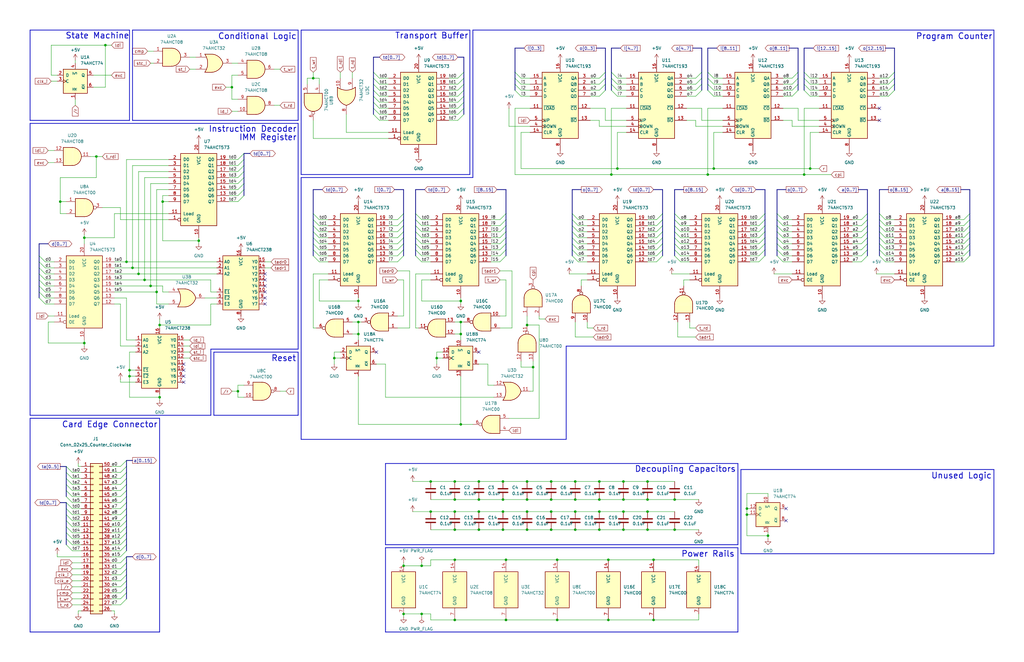
<source format=kicad_sch>
(kicad_sch (version 20250114) (generator "eeschema") (generator_version "9.0")
  (paper "B")
  (title_block (title "tb8 Control Unit Card") (date "2025-12-13") (rev "1.0") (company "Dante Morelli"))
  (text "Unused Logic" (at 418.338 199.39 0) (effects (font (size 2.5 2.5) (thickness 0.3125)) (justify right top)))
  (text "Program Counter" (at 418.592 13.97 0) (effects (font (size 2.5 2.5) (thickness 0.3125)) (justify right top)))
  (text "Reset" (at 124.968 149.86 0) (effects (font (size 2.5 2.5) (thickness 0.3125)) (justify right top)))
  (text "State Machine" (at 54.61 13.716 0) (effects (font (size 2.5 2.5) (thickness 0.3125)) (justify right top)))
  (text "Instruction Decoder" (at 125.222 53.086 0) (effects (font (size 2.5 2.5) (thickness 0.3125)) (justify right top)))
  (text "Power Rails" (at 309.88 232.41 0) (effects (font (size 2.5 2.5) (thickness 0.3125)) (justify right top)))
  (text "Transport Buffer" (at 197.612 13.716 0) (effects (font (size 2.5 2.5) (thickness 0.3125)) (justify right top)))
  (text "Card Edge Connector" (at 66.548 177.8 0) (effects (font (size 2.5 2.5) (thickness 0.3125)) (justify right top)))
  (text "Conditional Logic" (at 125.222 13.97 0) (effects (font (size 2.5 2.5) (thickness 0.3125)) (justify right top)))
  (text "Decoupling Capacitors" (at 310.388 196.596 0) (effects (font (size 2.5 2.5) (thickness 0.3125)) (justify right top)))
  (text "IMM Register" (at 125.222 56.642 0) (effects (font (size 2.5 2.5) (thickness 0.3125)) (justify right top)))
  (junction (at 252.73 215.9))
  (junction (at 298.45 73.66))
  (junction (at 234.95 261.62))
  (junction (at 35.56 100.33))
  (junction (at 262.89 215.9))
  (junction (at 44.45 19.05))
  (junction (at 273.05 215.9))
  (junction (at 232.41 210.82))
  (junction (at 63.5 120.65))
  (junction (at 273.05 210.82))
  (junction (at 191.77 261.62))
  (junction (at 177.8 238.76))
  (junction (at 314.96 217.17))
  (junction (at 140.97 151.13))
  (junction (at 242.57 210.82))
  (junction (at 275.59 236.22))
  (junction (at 25.4 85.09))
  (junction (at 132.08 33.02))
  (junction (at 341.63 71.12))
  (junction (at 232.41 215.9))
  (junction (at 58.42 115.57))
  (junction (at 222.25 137.16))
  (junction (at 194.31 140.97))
  (junction (at 275.59 261.62))
  (junction (at 201.93 203.2))
  (junction (at 67.31 137.16))
  (junction (at 54.61 158.75))
  (junction (at 191.77 215.9))
  (junction (at 201.93 210.82))
  (junction (at 83.82 101.6))
  (junction (at 181.61 215.9))
  (junction (at 222.25 215.9))
  (junction (at 339.09 73.66))
  (junction (at 314.96 214.63))
  (junction (at 55.88 113.03))
  (junction (at 191.77 210.82))
  (junction (at 232.41 223.52))
  (junction (at 242.57 215.9))
  (junction (at 212.09 215.9))
  (junction (at 262.89 210.82))
  (junction (at 262.89 223.52))
  (junction (at 224.79 154.94))
  (junction (at 323.85 226.06))
  (junction (at 184.15 151.13))
  (junction (at 191.77 203.2))
  (junction (at 151.13 140.97))
  (junction (at 284.48 210.82))
  (junction (at 256.54 236.22))
  (junction (at 213.36 261.62))
  (junction (at 213.36 236.22))
  (junction (at 242.57 223.52))
  (junction (at 212.09 223.52))
  (junction (at 273.05 223.52))
  (junction (at 191.77 223.52))
  (junction (at 201.93 215.9))
  (junction (at 284.48 223.52))
  (junction (at 170.18 238.76))
  (junction (at 97.79 36.83))
  (junction (at 54.61 156.21))
  (junction (at 212.09 203.2))
  (junction (at 252.73 210.82))
  (junction (at 67.31 167.64))
  (junction (at 194.31 135.89))
  (junction (at 53.34 110.49))
  (junction (at 170.18 259.08))
  (junction (at 242.57 203.2))
  (junction (at 212.09 210.82))
  (junction (at 252.73 203.2))
  (junction (at 181.61 203.2))
  (junction (at 151.13 135.89))
  (junction (at 260.35 71.12))
  (junction (at 262.89 203.2))
  (junction (at 234.95 236.22))
  (junction (at 222.25 203.2))
  (junction (at 40.64 66.04))
  (junction (at 256.54 261.62))
  (junction (at 257.81 73.66))
  (junction (at 35.56 144.78))
  (junction (at 194.31 127))
  (junction (at 191.77 236.22))
  (junction (at 194.31 179.07))
  (junction (at 273.05 203.2))
  (junction (at 60.96 118.11))
  (junction (at 66.04 123.19))
  (junction (at 177.8 259.08))
  (junction (at 222.25 223.52))
  (junction (at 201.93 223.52))
  (junction (at 151.13 127))
  (junction (at 222.25 210.82))
  (junction (at 300.99 71.12))
  (junction (at 68.58 85.09))
  (junction (at 252.73 223.52))
  (junction (at 232.41 203.2))
  (junction (at 100.33 165.1))
  (no_connect (at 111.76 120.65))
  (no_connect (at 111.76 128.27))
  (no_connect (at 111.76 115.57))
  (no_connect (at 201.93 148.59))
  (no_connect (at 331.47 214.63))
  (no_connect (at 77.47 153.67))
  (no_connect (at 111.76 125.73))
  (no_connect (at 77.47 158.75))
  (no_connect (at 77.47 156.21))
  (no_connect (at 370.84 45.72))
  (no_connect (at 331.47 219.71))
  (no_connect (at 158.75 148.59))
  (no_connect (at 111.76 118.11))
  (no_connect (at 370.84 50.8))
  (no_connect (at 77.47 161.29))
  (no_connect (at 111.76 123.19))
  (bus_entry (at 363.22 105.41) (size 2.54 -2.54))
  (bus_entry (at 193.04 35.56) (size 2.54 -2.54))
  (bus_entry (at 243.84 97.79) (size -2.54 -2.54))
  (bus_entry (at 160.02 50.8) (size -2.54 -2.54))
  (bus_entry (at 320.04 97.79) (size 2.54 -2.54))
  (bus_entry (at 373.38 100.33) (size -2.54 -2.54))
  (bus_entry (at 177.8 102.87) (size -2.54 -2.54))
  (bus_entry (at 50.8 232.41) (size 2.54 -2.54))
  (bus_entry (at 50.8 199.39) (size 2.54 -2.54))
  (bus_entry (at 373.38 110.49) (size -2.54 -2.54))
  (bus_entry (at 50.8 234.95) (size 2.54 -2.54))
  (bus_entry (at 287.02 102.87) (size -2.54 -2.54))
  (bus_entry (at 167.64 107.95) (size 2.54 -2.54))
  (bus_entry (at 193.04 33.02) (size 2.54 -2.54))
  (bus_entry (at 287.02 95.25) (size -2.54 -2.54))
  (bus_entry (at 243.84 95.25) (size -2.54 -2.54))
  (bus_entry (at 19.05 118.11) (size -2.54 -2.54))
  (bus_entry (at 210.82 95.25) (size 2.54 -2.54))
  (bus_entry (at 276.86 105.41) (size 2.54 -2.54))
  (bus_entry (at 252.73 33.02) (size 2.54 -2.54))
  (bus_entry (at 167.64 105.41) (size 2.54 -2.54))
  (bus_entry (at 193.04 43.18) (size 2.54 -2.54))
  (bus_entry (at 177.8 105.41) (size -2.54 -2.54))
  (bus_entry (at 276.86 110.49) (size 2.54 -2.54))
  (bus_entry (at 330.2 102.87) (size -2.54 -2.54))
  (bus_entry (at 134.62 102.87) (size -2.54 -2.54))
  (bus_entry (at 330.2 97.79) (size -2.54 -2.54))
  (bus_entry (at 341.63 38.1) (size -2.54 -2.54))
  (bus_entry (at 330.2 92.71) (size -2.54 -2.54))
  (bus_entry (at 293.37 35.56) (size 2.54 -2.54))
  (bus_entry (at 374.65 40.64) (size 2.54 -2.54))
  (bus_entry (at 160.02 45.72) (size -2.54 -2.54))
  (bus_entry (at 30.48 232.41) (size -2.54 -2.54))
  (bus_entry (at 167.64 95.25) (size 2.54 -2.54))
  (bus_entry (at 100.33 72.39) (size 2.54 -2.54))
  (bus_entry (at 287.02 105.41) (size -2.54 -2.54))
  (bus_entry (at 300.99 38.1) (size -2.54 -2.54))
  (bus_entry (at 293.37 38.1) (size 2.54 -2.54))
  (bus_entry (at 50.8 250.19) (size 2.54 -2.54))
  (bus_entry (at 320.04 105.41) (size 2.54 -2.54))
  (bus_entry (at 50.8 227.33) (size 2.54 -2.54))
  (bus_entry (at 19.05 110.49) (size -2.54 -2.54))
  (bus_entry (at 293.37 33.02) (size 2.54 -2.54))
  (bus_entry (at 30.48 214.63) (size -2.54 -2.54))
  (bus_entry (at 30.48 204.47) (size -2.54 -2.54))
  (bus_entry (at 260.35 40.64) (size -2.54 -2.54))
  (bus_entry (at 330.2 100.33) (size -2.54 -2.54))
  (bus_entry (at 19.05 120.65) (size -2.54 -2.54))
  (bus_entry (at 50.8 222.25) (size 2.54 -2.54))
  (bus_entry (at 193.04 48.26) (size 2.54 -2.54))
  (bus_entry (at 50.8 224.79) (size 2.54 -2.54))
  (bus_entry (at 100.33 80.01) (size 2.54 -2.54))
  (bus_entry (at 50.8 247.65) (size 2.54 -2.54))
  (bus_entry (at 320.04 100.33) (size 2.54 -2.54))
  (bus_entry (at 363.22 110.49) (size 2.54 -2.54))
  (bus_entry (at 19.05 125.73) (size -2.54 -2.54))
  (bus_entry (at 363.22 97.79) (size 2.54 -2.54))
  (bus_entry (at 19.05 113.03) (size -2.54 -2.54))
  (bus_entry (at 134.62 105.41) (size -2.54 -2.54))
  (bus_entry (at 300.99 40.64) (size -2.54 -2.54))
  (bus_entry (at 260.35 33.02) (size -2.54 -2.54))
  (bus_entry (at 50.8 196.85) (size 2.54 -2.54))
  (bus_entry (at 19.05 123.19) (size -2.54 -2.54))
  (bus_entry (at 210.82 105.41) (size 2.54 -2.54))
  (bus_entry (at 219.71 38.1) (size -2.54 -2.54))
  (bus_entry (at 219.71 40.64) (size -2.54 -2.54))
  (bus_entry (at 373.38 95.25) (size -2.54 -2.54))
  (bus_entry (at 260.35 35.56) (size -2.54 -2.54))
  (bus_entry (at 276.86 102.87) (size 2.54 -2.54))
  (bus_entry (at 30.48 201.93) (size -2.54 -2.54))
  (bus_entry (at 219.71 33.02) (size -2.54 -2.54))
  (bus_entry (at 276.86 92.71) (size 2.54 -2.54))
  (bus_entry (at 243.84 107.95) (size -2.54 -2.54))
  (bus_entry (at 243.84 105.41) (size -2.54 -2.54))
  (bus_entry (at 50.8 207.01) (size 2.54 -2.54))
  (bus_entry (at 330.2 105.41) (size -2.54 -2.54))
  (bus_entry (at 167.64 97.79) (size 2.54 -2.54))
  (bus_entry (at 30.48 209.55) (size -2.54 -2.54))
  (bus_entry (at 293.37 40.64) (size 2.54 -2.54))
  (bus_entry (at 167.64 100.33) (size 2.54 -2.54))
  (bus_entry (at 30.48 199.39) (size -2.54 -2.54))
  (bus_entry (at 406.4 97.79) (size 2.54 -2.54))
  (bus_entry (at 287.02 107.95) (size -2.54 -2.54))
  (bus_entry (at 374.65 35.56) (size 2.54 -2.54))
  (bus_entry (at 193.04 38.1) (size 2.54 -2.54))
  (bus_entry (at 219.71 35.56) (size -2.54 -2.54))
  (bus_entry (at 363.22 107.95) (size 2.54 -2.54))
  (bus_entry (at 50.8 255.27) (size 2.54 -2.54))
  (bus_entry (at 373.38 92.71) (size -2.54 -2.54))
  (bus_entry (at 100.33 85.09) (size 2.54 -2.54))
  (bus_entry (at 406.4 92.71) (size 2.54 -2.54))
  (bus_entry (at 373.38 97.79) (size -2.54 -2.54))
  (bus_entry (at 406.4 102.87) (size 2.54 -2.54))
  (bus_entry (at 50.8 209.55) (size 2.54 -2.54))
  (bus_entry (at 300.99 33.02) (size -2.54 -2.54))
  (bus_entry (at 334.01 40.64) (size 2.54 -2.54))
  (bus_entry (at 100.33 69.85) (size 2.54 -2.54))
  (bus_entry (at 50.8 240.03) (size 2.54 -2.54))
  (bus_entry (at 30.48 224.79) (size -2.54 -2.54))
  (bus_entry (at 50.8 214.63) (size 2.54 -2.54))
  (bus_entry (at 341.63 33.02) (size -2.54 -2.54))
  (bus_entry (at 50.8 237.49) (size 2.54 -2.54))
  (bus_entry (at 100.33 74.93) (size 2.54 -2.54))
  (bus_entry (at 134.62 97.79) (size -2.54 -2.54))
  (bus_entry (at 30.48 219.71) (size -2.54 -2.54))
  (bus_entry (at 177.8 92.71) (size -2.54 -2.54))
  (bus_entry (at 134.62 110.49) (size -2.54 -2.54))
  (bus_entry (at 276.86 97.79) (size 2.54 -2.54))
  (bus_entry (at 160.02 40.64) (size -2.54 -2.54))
  (bus_entry (at 30.48 207.01) (size -2.54 -2.54))
  (bus_entry (at 320.04 95.25) (size 2.54 -2.54))
  (bus_entry (at 134.62 92.71) (size -2.54 -2.54))
  (bus_entry (at 30.48 217.17) (size -2.54 -2.54))
  (bus_entry (at 30.48 212.09) (size -2.54 -2.54))
  (bus_entry (at 374.65 33.02) (size 2.54 -2.54))
  (bus_entry (at 210.82 100.33) (size 2.54 -2.54))
  (bus_entry (at 243.84 100.33) (size -2.54 -2.54))
  (bus_entry (at 341.63 40.64) (size -2.54 -2.54))
  (bus_entry (at 243.84 102.87) (size -2.54 -2.54))
  (bus_entry (at 320.04 110.49) (size 2.54 -2.54))
  (bus_entry (at 134.62 95.25) (size -2.54 -2.54))
  (bus_entry (at 193.04 45.72) (size 2.54 -2.54))
  (bus_entry (at 260.35 38.1) (size -2.54 -2.54))
  (bus_entry (at 100.33 67.31) (size 2.54 -2.54))
  (bus_entry (at 373.38 105.41) (size -2.54 -2.54))
  (bus_entry (at 341.63 35.56) (size -2.54 -2.54))
  (bus_entry (at 177.8 95.25) (size -2.54 -2.54))
  (bus_entry (at 50.8 219.71) (size 2.54 -2.54))
  (bus_entry (at 134.62 107.95) (size -2.54 -2.54))
  (bus_entry (at 210.82 107.95) (size 2.54 -2.54))
  (bus_entry (at 50.8 217.17) (size 2.54 -2.54))
  (bus_entry (at 330.2 95.25) (size -2.54 -2.54))
  (bus_entry (at 210.82 102.87) (size 2.54 -2.54))
  (bus_entry (at 177.8 110.49) (size -2.54 -2.54))
  (bus_entry (at 134.62 100.33) (size -2.54 -2.54))
  (bus_entry (at 406.4 105.41) (size 2.54 -2.54))
  (bus_entry (at 50.8 204.47) (size 2.54 -2.54))
  (bus_entry (at 19.05 115.57) (size -2.54 -2.54))
  (bus_entry (at 193.04 50.8) (size 2.54 -2.54))
  (bus_entry (at 320.04 92.71) (size 2.54 -2.54))
  (bus_entry (at 167.64 110.49) (size 2.54 -2.54))
  (bus_entry (at 210.82 97.79) (size 2.54 -2.54))
  (bus_entry (at 160.02 48.26) (size -2.54 -2.54))
  (bus_entry (at 287.02 110.49) (size -2.54 -2.54))
  (bus_entry (at 334.01 35.56) (size 2.54 -2.54))
  (bus_entry (at 210.82 92.71) (size 2.54 -2.54))
  (bus_entry (at 276.86 107.95) (size 2.54 -2.54))
  (bus_entry (at 30.48 227.33) (size -2.54 -2.54))
  (bus_entry (at 50.8 245.11) (size 2.54 -2.54))
  (bus_entry (at 330.2 107.95) (size -2.54 -2.54))
  (bus_entry (at 300.99 35.56) (size -2.54 -2.54))
  (bus_entry (at 406.4 107.95) (size 2.54 -2.54))
  (bus_entry (at 193.04 40.64) (size 2.54 -2.54))
  (bus_entry (at 100.33 77.47) (size 2.54 -2.54))
  (bus_entry (at 287.02 100.33) (size -2.54 -2.54))
  (bus_entry (at 330.2 110.49) (size -2.54 -2.54))
  (bus_entry (at 406.4 110.49) (size 2.54 -2.54))
  (bus_entry (at 50.8 229.87) (size 2.54 -2.54))
  (bus_entry (at 320.04 107.95) (size 2.54 -2.54))
  (bus_entry (at 177.8 100.33) (size -2.54 -2.54))
  (bus_entry (at 373.38 102.87) (size -2.54 -2.54))
  (bus_entry (at 50.8 212.09) (size 2.54 -2.54))
  (bus_entry (at 19.05 128.27) (size -2.54 -2.54))
  (bus_entry (at 276.86 95.25) (size 2.54 -2.54))
  (bus_entry (at 320.04 102.87) (size 2.54 -2.54))
  (bus_entry (at 252.73 40.64) (size 2.54 -2.54))
  (bus_entry (at 287.02 97.79) (size -2.54 -2.54))
  (bus_entry (at 252.73 35.56) (size 2.54 -2.54))
  (bus_entry (at 363.22 102.87) (size 2.54 -2.54))
  (bus_entry (at 30.48 222.25) (size -2.54 -2.54))
  (bus_entry (at 252.73 38.1) (size 2.54 -2.54))
  (bus_entry (at 374.65 38.1) (size 2.54 -2.54))
  (bus_entry (at 167.64 92.71) (size 2.54 -2.54))
  (bus_entry (at 363.22 92.71) (size 2.54 -2.54))
  (bus_entry (at 287.02 92.71) (size -2.54 -2.54))
  (bus_entry (at 50.8 252.73) (size 2.54 -2.54))
  (bus_entry (at 334.01 33.02) (size 2.54 -2.54))
  (bus_entry (at 243.84 110.49) (size -2.54 -2.54))
  (bus_entry (at 276.86 100.33) (size 2.54 -2.54))
  (bus_entry (at 406.4 100.33) (size 2.54 -2.54))
  (bus_entry (at 160.02 35.56) (size -2.54 -2.54))
  (bus_entry (at 30.48 229.87) (size -2.54 -2.54))
  (bus_entry (at 50.8 201.93) (size 2.54 -2.54))
  (bus_entry (at 177.8 107.95) (size -2.54 -2.54))
  (bus_entry (at 160.02 33.02) (size -2.54 -2.54))
  (bus_entry (at 167.64 102.87) (size 2.54 -2.54))
  (bus_entry (at 100.33 82.55) (size 2.54 -2.54))
  (bus_entry (at 177.8 97.79) (size -2.54 -2.54))
  (bus_entry (at 243.84 92.71) (size -2.54 -2.54))
  (bus_entry (at 406.4 95.25) (size 2.54 -2.54))
  (bus_entry (at 373.38 107.95) (size -2.54 -2.54))
  (bus_entry (at 210.82 110.49) (size 2.54 -2.54))
  (bus_entry (at 160.02 43.18) (size -2.54 -2.54))
  (bus_entry (at 50.8 242.57) (size 2.54 -2.54))
  (bus_entry (at 334.01 38.1) (size 2.54 -2.54))
  (bus_entry (at 160.02 38.1) (size -2.54 -2.54))
  (bus_entry (at 363.22 95.25) (size 2.54 -2.54))
  (bus_entry (at 363.22 100.33) (size 2.54 -2.54))
  (wire (pts (xy 39.37 31.75) (xy 46.99 31.75)))
  (wire (pts (xy 33.02 259.08) (xy 33.02 257.81)))
  (wire (pts (xy 199.39 179.07) (xy 194.31 179.07)))
  (wire (pts (xy 177.8 92.71) (xy 181.61 92.71)))
  (bus (pts (xy 327.66 97.79) (xy 327.66 95.25)))
  (polyline (pts (xy 238.76 185.42) (xy 127 185.42)) (stroke (width 0.3)))
  (bus (pts (xy 279.4 97.79) (xy 279.4 95.25)))
  (wire (pts (xy 287.02 107.95) (xy 290.83 107.95)))
  (bus (pts (xy 279.4 107.95) (xy 279.4 105.41)))
  (bus (pts (xy 322.58 97.79) (xy 322.58 95.25)))
  (bus (pts (xy 327.66 90.17) (xy 327.66 80.01)))
  (wire (pts (xy 184.15 151.13) (xy 184.15 153.67)))
  (bus (pts (xy 336.55 35.56) (xy 336.55 33.02)))
  (wire (pts (xy 217.17 73.66) (xy 257.81 73.66)))
  (wire (pts (xy 163.83 100.33) (xy 167.64 100.33)))
  (wire (pts (xy 316.23 217.17) (xy 314.96 217.17)))
  (bus (pts (xy 102.87 80.01) (xy 102.87 77.47)))
  (bus (pts (xy 53.34 240.03) (xy 53.34 237.49)))
  (wire (pts (xy 88.9 118.11) (xy 88.9 123.19)))
  (wire (pts (xy 102.87 162.56) (xy 100.33 162.56)))
  (bus (pts (xy 336.55 38.1) (xy 336.55 35.56)))
  (bus (pts (xy 213.36 100.33) (xy 213.36 97.79)))
  (wire (pts (xy 243.84 97.79) (xy 247.65 97.79)))
  (wire (pts (xy 30.48 224.79) (xy 34.29 224.79)))
  (wire (pts (xy 133.35 138.43) (xy 132.08 138.43)))
  (wire (pts (xy 158.75 153.67) (xy 162.56 153.67)))
  (wire (pts (xy 289.56 35.56) (xy 293.37 35.56)))
  (wire (pts (xy 256.54 261.62) (xy 275.59 261.62)))
  (bus (pts (xy 255.27 35.56) (xy 255.27 33.02)))
  (wire (pts (xy 207.01 107.95) (xy 210.82 107.95)))
  (wire (pts (xy 273.05 203.2) (xy 262.89 203.2)))
  (wire (pts (xy 53.34 110.49) (xy 91.44 110.49)))
  (polyline (pts (xy 312.42 233.68) (xy 419.1 233.68)) (stroke (width 0.3)))
  (wire (pts (xy 210.82 118.11) (xy 213.36 118.11)))
  (wire (pts (xy 288.29 118.11) (xy 290.83 118.11)))
  (wire (pts (xy 191.77 236.22) (xy 213.36 236.22)))
  (wire (pts (xy 163.83 107.95) (xy 167.64 107.95)))
  (wire (pts (xy 175.26 138.43) (xy 175.26 115.57)))
  (polyline (pts (xy 12.7 176.53) (xy 12.7 266.7)) (stroke (width 0.3)))
  (wire (pts (xy 71.12 74.93) (xy 60.96 74.93)))
  (wire (pts (xy 71.12 69.85) (xy 55.88 69.85)))
  (wire (pts (xy 359.41 95.25) (xy 363.22 95.25)))
  (wire (pts (xy 30.48 232.41) (xy 34.29 232.41)))
  (wire (pts (xy 287.02 92.71) (xy 290.83 92.71)))
  (bus (pts (xy 175.26 107.95) (xy 175.26 105.41)))
  (wire (pts (xy 214.63 53.34) (xy 223.52 53.34)))
  (wire (pts (xy 273.05 100.33) (xy 276.86 100.33)))
  (wire (pts (xy 323.85 226.06) (xy 323.85 227.33)))
  (bus (pts (xy 241.3 102.87) (xy 241.3 100.33)))
  (wire (pts (xy 20.32 133.35) (xy 22.86 133.35)))
  (bus (pts (xy 217.17 33.02) (xy 217.17 30.48)))
  (wire (pts (xy 300.99 38.1) (xy 304.8 38.1)))
  (polyline (pts (xy 12.7 52.07) (xy 125.73 52.07)) (stroke (width 0.3)))
  (wire (pts (xy 118.11 165.1) (xy 120.65 165.1)))
  (wire (pts (xy 234.95 261.62) (xy 256.54 261.62)))
  (wire (pts (xy 207.01 100.33) (xy 210.82 100.33)))
  (wire (pts (xy 151.13 140.97) (xy 151.13 143.51)))
  (wire (pts (xy 284.48 210.82) (xy 294.64 210.82)))
  (wire (pts (xy 20.32 135.89) (xy 20.32 144.78)))
  (wire (pts (xy 177.8 95.25) (xy 181.61 95.25)))
  (wire (pts (xy 323.85 208.28) (xy 314.96 208.28)))
  (bus (pts (xy 53.34 237.49) (xy 53.34 234.95)))
  (bus (pts (xy 53.34 245.11) (xy 53.34 242.57)))
  (wire (pts (xy 194.31 179.07) (xy 194.31 158.75)))
  (bus (pts (xy 255.27 33.02) (xy 255.27 30.48)))
  (bus (pts (xy 322.58 107.95) (xy 322.58 105.41)))
  (polyline (pts (xy 419.1 198.12) (xy 419.1 233.68)) (stroke (width 0.3)))
  (wire (pts (xy 191.77 215.9) (xy 201.93 215.9)))
  (bus (pts (xy 170.18 107.95) (xy 170.18 105.41)))
  (wire (pts (xy 160.02 50.8) (xy 163.83 50.8)))
  (wire (pts (xy 30.48 237.49) (xy 34.29 237.49)))
  (wire (pts (xy 148.59 135.89) (xy 151.13 135.89)))
  (wire (pts (xy 30.48 227.33) (xy 34.29 227.33)))
  (wire (pts (xy 300.99 35.56) (xy 304.8 35.56)))
  (wire (pts (xy 295.91 45.72) (xy 295.91 50.8)))
  (wire (pts (xy 177.8 238.76) (xy 181.61 238.76)))
  (wire (pts (xy 242.57 223.52) (xy 232.41 223.52)))
  (wire (pts (xy 212.09 215.9) (xy 222.25 215.9)))
  (wire (pts (xy 46.99 250.19) (xy 50.8 250.19)))
  (wire (pts (xy 48.26 100.33) (xy 48.26 90.17)))
  (wire (pts (xy 222.25 137.16) (xy 227.33 137.16)))
  (wire (pts (xy 207.01 110.49) (xy 210.82 110.49)))
  (bus (pts (xy 195.58 43.18) (xy 195.58 40.64)))
  (bus (pts (xy 16.51 125.73) (xy 16.51 123.19)))
  (wire (pts (xy 290.83 138.43) (xy 293.37 138.43)))
  (wire (pts (xy 260.35 33.02) (xy 264.16 33.02)))
  (wire (pts (xy 46.99 247.65) (xy 50.8 247.65)))
  (wire (pts (xy 181.61 215.9) (xy 191.77 215.9)))
  (wire (pts (xy 21.59 19.05) (xy 21.59 31.75)))
  (wire (pts (xy 143.51 30.48) (xy 143.51 33.02)))
  (wire (pts (xy 370.84 35.56) (xy 374.65 35.56)))
  (wire (pts (xy 163.83 95.25) (xy 167.64 95.25)))
  (wire (pts (xy 97.79 165.1) (xy 100.33 165.1)))
  (bus (pts (xy 408.94 100.33) (xy 408.94 97.79)))
  (wire (pts (xy 189.23 35.56) (xy 193.04 35.56)))
  (bus (pts (xy 175.26 102.87) (xy 175.26 100.33)))
  (wire (pts (xy 71.12 67.31) (xy 53.34 67.31)))
  (wire (pts (xy 48.26 128.27) (xy 50.8 128.27)))
  (wire (pts (xy 46.99 209.55) (xy 50.8 209.55)))
  (wire (pts (xy 67.31 137.16) (xy 88.9 137.16)))
  (polyline (pts (xy 199.39 12.7) (xy 419.1 12.7)) (stroke (width 0.3)))
  (wire (pts (xy 46.99 252.73) (xy 50.8 252.73)))
  (wire (pts (xy 402.59 100.33) (xy 406.4 100.33)))
  (wire (pts (xy 134.62 102.87) (xy 138.43 102.87)))
  (polyline (pts (xy 162.56 229.87) (xy 162.56 195.58)) (stroke (width 0.3)))
  (wire (pts (xy 46.99 212.09) (xy 50.8 212.09)))
  (bus (pts (xy 284.48 92.71) (xy 284.48 90.17)))
  (bus (pts (xy 175.26 92.71) (xy 175.26 90.17)))
  (wire (pts (xy 134.62 107.95) (xy 138.43 107.95)))
  (wire (pts (xy 95.25 36.83) (xy 97.79 36.83)))
  (wire (pts (xy 50.8 160.02) (xy 50.8 161.29)))
  (bus (pts (xy 102.87 74.93) (xy 102.87 72.39)))
  (bus (pts (xy 27.94 212.09) (xy 25.4 212.09)))
  (wire (pts (xy 54.61 158.75) (xy 57.15 158.75)))
  (bus (pts (xy 195.58 35.56) (xy 195.58 33.02)))
  (polyline (pts (xy 90.17 148.59) (xy 90.17 175.26)) (stroke (width 0.3)))
  (wire (pts (xy 316.23 107.95) (xy 320.04 107.95)))
  (wire (pts (xy 232.41 215.9) (xy 242.57 215.9)))
  (wire (pts (xy 100.33 31.75) (xy 97.79 31.75)))
  (bus (pts (xy 327.66 102.87) (xy 327.66 100.33)))
  (polyline (pts (xy 238.76 146.05) (xy 238.76 185.42)) (stroke (width 0.3)))
  (wire (pts (xy 273.05 223.52) (xy 262.89 223.52)))
  (bus (pts (xy 213.36 107.95) (xy 213.36 105.41)))
  (bus (pts (xy 175.26 97.79) (xy 175.26 95.25)))
  (bus (pts (xy 279.4 80.01) (xy 275.59 80.01)))
  (wire (pts (xy 96.52 67.31) (xy 100.33 67.31)))
  (wire (pts (xy 172.72 114.3) (xy 172.72 138.43)))
  (bus (pts (xy 53.34 219.71) (xy 53.34 217.17)))
  (bus (pts (xy 370.84 107.95) (xy 370.84 105.41)))
  (bus (pts (xy 327.66 105.41) (xy 327.66 102.87)))
  (bus (pts (xy 279.4 92.71) (xy 279.4 90.17)))
  (wire (pts (xy 60.96 118.11) (xy 88.9 118.11)))
  (wire (pts (xy 30.48 199.39) (xy 34.29 199.39)))
  (bus (pts (xy 157.48 33.02) (xy 157.48 30.48)))
  (bus (pts (xy 295.91 33.02) (xy 295.91 30.48)))
  (wire (pts (xy 46.99 232.41) (xy 50.8 232.41)))
  (wire (pts (xy 219.71 33.02) (xy 223.52 33.02)))
  (wire (pts (xy 177.8 237.49) (xy 177.8 238.76)))
  (wire (pts (xy 151.13 140.97) (xy 148.59 140.97)))
  (wire (pts (xy 97.79 31.75) (xy 97.79 36.83)))
  (wire (pts (xy 273.05 215.9) (xy 284.48 215.9)))
  (bus (pts (xy 327.66 95.25) (xy 327.66 92.71)))
  (wire (pts (xy 163.83 105.41) (xy 167.64 105.41)))
  (wire (pts (xy 68.58 82.55) (xy 71.12 82.55)))
  (wire (pts (xy 252.73 223.52) (xy 242.57 223.52)))
  (wire (pts (xy 285.75 142.24) (xy 293.37 142.24)))
  (wire (pts (xy 316.23 110.49) (xy 320.04 110.49)))
  (wire (pts (xy 300.99 40.64) (xy 304.8 40.64)))
  (wire (pts (xy 330.2 97.79) (xy 334.01 97.79)))
  (bus (pts (xy 213.36 97.79) (xy 213.36 95.25)))
  (wire (pts (xy 402.59 110.49) (xy 406.4 110.49)))
  (wire (pts (xy 30.48 255.27) (xy 34.29 255.27)))
  (bus (pts (xy 27.94 219.71) (xy 27.94 217.17)))
  (wire (pts (xy 288.29 120.65) (xy 288.29 118.11)))
  (wire (pts (xy 170.18 259.08) (xy 170.18 260.35)))
  (wire (pts (xy 294.64 223.52) (xy 284.48 223.52)))
  (wire (pts (xy 57.15 148.59) (xy 54.61 148.59)))
  (bus (pts (xy 339.09 20.32) (xy 342.9 20.32)))
  (bus (pts (xy 53.34 207.01) (xy 53.34 204.47)))
  (bus (pts (xy 102.87 82.55) (xy 102.87 80.01)))
  (wire (pts (xy 341.63 55.88) (xy 345.44 55.88)))
  (wire (pts (xy 194.31 140.97) (xy 194.31 143.51)))
  (wire (pts (xy 46.99 196.85) (xy 50.8 196.85)))
  (wire (pts (xy 359.41 92.71) (xy 363.22 92.71)))
  (wire (pts (xy 330.2 105.41) (xy 334.01 105.41)))
  (wire (pts (xy 96.52 77.47) (xy 100.33 77.47)))
  (wire (pts (xy 284.48 223.52) (xy 273.05 223.52)))
  (wire (pts (xy 151.13 135.89) (xy 151.13 140.97)))
  (wire (pts (xy 35.56 146.05) (xy 35.56 144.78)))
  (bus (pts (xy 27.94 229.87) (xy 27.94 227.33)))
  (polyline (pts (xy 88.9 147.32) (xy 88.9 175.26)) (stroke (width 0.3)))
  (wire (pts (xy 63.5 26.67) (xy 64.77 26.67)))
  (wire (pts (xy 46.99 207.01) (xy 50.8 207.01)))
  (bus (pts (xy 102.87 69.85) (xy 102.87 67.31)))
  (bus (pts (xy 16.51 102.87) (xy 20.32 102.87)))
  (bus (pts (xy 27.94 214.63) (xy 27.94 212.09)))
  (wire (pts (xy 129.54 33.02) (xy 129.54 35.56)))
  (wire (pts (xy 289.56 38.1) (xy 293.37 38.1)))
  (wire (pts (xy 314.96 217.17) (xy 314.96 226.06)))
  (bus (pts (xy 175.26 100.33) (xy 175.26 97.79)))
  (wire (pts (xy 242.57 210.82) (xy 252.73 210.82)))
  (wire (pts (xy 177.8 238.76) (xy 170.18 238.76)))
  (wire (pts (xy 207.01 95.25) (xy 210.82 95.25)))
  (wire (pts (xy 219.71 71.12) (xy 260.35 71.12)))
  (bus (pts (xy 195.58 38.1) (xy 195.58 35.56)))
  (wire (pts (xy 140.97 151.13) (xy 143.51 151.13)))
  (wire (pts (xy 257.81 45.72) (xy 264.16 45.72)))
  (wire (pts (xy 316.23 102.87) (xy 320.04 102.87)))
  (bus (pts (xy 339.09 33.02) (xy 339.09 30.48)))
  (wire (pts (xy 134.62 110.49) (xy 138.43 110.49)))
  (polyline (pts (xy 125.73 12.7) (xy 125.73 50.8)) (stroke (width 0.3)))
  (wire (pts (xy 184.15 151.13) (xy 186.69 151.13)))
  (wire (pts (xy 359.41 100.33) (xy 363.22 100.33)))
  (bus (pts (xy 295.91 35.56) (xy 295.91 33.02)))
  (bus (pts (xy 170.18 90.17) (xy 170.18 80.01)))
  (wire (pts (xy 339.09 73.66) (xy 350.52 73.66)))
  (wire (pts (xy 20.32 144.78) (xy 35.56 144.78)))
  (wire (pts (xy 234.95 236.22) (xy 256.54 236.22)))
  (polyline (pts (xy 67.31 176.53) (xy 12.7 176.53)) (stroke (width 0.3)))
  (wire (pts (xy 31.75 41.91) (xy 31.75 44.45)))
  (wire (pts (xy 163.83 97.79) (xy 167.64 97.79)))
  (wire (pts (xy 247.65 138.43) (xy 250.19 138.43)))
  (wire (pts (xy 21.59 19.05) (xy 44.45 19.05)))
  (wire (pts (xy 370.84 33.02) (xy 374.65 33.02)))
  (wire (pts (xy 287.02 105.41) (xy 290.83 105.41)))
  (wire (pts (xy 88.9 128.27) (xy 91.44 128.27)))
  (bus (pts (xy 295.91 38.1) (xy 295.91 35.56)))
  (wire (pts (xy 20.32 63.5) (xy 22.86 63.5)))
  (wire (pts (xy 46.99 237.49) (xy 50.8 237.49)))
  (wire (pts (xy 140.97 151.13) (xy 140.97 153.67)))
  (wire (pts (xy 210.82 114.3) (xy 215.9 114.3)))
  (wire (pts (xy 255.27 50.8) (xy 264.16 50.8)))
  (wire (pts (xy 33.02 196.85) (xy 34.29 196.85)))
  (bus (pts (xy 53.34 250.19) (xy 53.34 247.65)))
  (wire (pts (xy 160.02 38.1) (xy 163.83 38.1)))
  (polyline (pts (xy 67.31 266.7) (xy 67.31 176.53)) (stroke (width 0.3)))
  (bus (pts (xy 16.51 115.57) (xy 16.51 113.03)))
  (wire (pts (xy 359.41 102.87) (xy 363.22 102.87)))
  (bus (pts (xy 132.08 107.95) (xy 132.08 105.41)))
  (wire (pts (xy 48.26 123.19) (xy 66.04 123.19)))
  (wire (pts (xy 68.58 123.19) (xy 71.12 123.19)))
  (wire (pts (xy 293.37 53.34) (xy 304.8 53.34)))
  (bus (pts (xy 279.4 102.87) (xy 279.4 100.33)))
  (bus (pts (xy 16.51 113.03) (xy 16.51 110.49)))
  (wire (pts (xy 77.47 146.05) (xy 80.01 146.05)))
  (polyline (pts (xy 311.15 231.14) (xy 311.15 266.7)) (stroke (width 0.3)))
  (wire (pts (xy 326.39 115.57) (xy 334.01 115.57)))
  (wire (pts (xy 160.02 43.18) (xy 163.83 43.18)))
  (wire (pts (xy 177.8 118.11) (xy 177.8 127)))
  (wire (pts (xy 30.48 209.55) (xy 34.29 209.55)))
  (bus (pts (xy 365.76 102.87) (xy 365.76 100.33)))
  (wire (pts (xy 40.64 66.04) (xy 43.18 66.04)))
  (bus (pts (xy 339.09 35.56) (xy 339.09 33.02)))
  (bus (pts (xy 132.08 100.33) (xy 132.08 97.79)))
  (bus (pts (xy 408.94 92.71) (xy 408.94 90.17)))
  (wire (pts (xy 373.38 110.49) (xy 377.19 110.49)))
  (wire (pts (xy 25.4 90.17) (xy 27.94 90.17)))
  (wire (pts (xy 402.59 92.71) (xy 406.4 92.71)))
  (wire (pts (xy 54.61 158.75) (xy 54.61 167.64)))
  (wire (pts (xy 222.25 133.35) (xy 222.25 137.16)))
  (wire (pts (xy 242.57 215.9) (xy 252.73 215.9)))
  (wire (pts (xy 46.99 201.93) (xy 50.8 201.93)))
  (wire (pts (xy 71.12 77.47) (xy 63.5 77.47)))
  (bus (pts (xy 170.18 100.33) (xy 170.18 97.79)))
  (polyline (pts (xy 127 12.7) (xy 127 73.66)) (stroke (width 0.3)))
  (wire (pts (xy 30.48 212.09) (xy 34.29 212.09)))
  (wire (pts (xy 219.71 152.4) (xy 219.71 154.94)))
  (bus (pts (xy 27.94 201.93) (xy 27.94 199.39)))
  (wire (pts (xy 96.52 69.85) (xy 100.33 69.85)))
  (bus (pts (xy 170.18 92.71) (xy 170.18 90.17)))
  (bus (pts (xy 255.27 30.48) (xy 255.27 20.32)))
  (wire (pts (xy 191.77 203.2) (xy 181.61 203.2)))
  (wire (pts (xy 54.61 148.59) (xy 54.61 156.21)))
  (wire (pts (xy 71.12 72.39) (xy 58.42 72.39)))
  (polyline (pts (xy 55.88 50.8) (xy 55.88 12.7)) (stroke (width 0.3)))
  (wire (pts (xy 223.52 55.88) (xy 219.71 55.88)))
  (wire (pts (xy 255.27 45.72) (xy 255.27 50.8)))
  (wire (pts (xy 189.23 43.18) (xy 193.04 43.18)))
  (wire (pts (xy 181.61 261.62) (xy 191.77 261.62)))
  (wire (pts (xy 194.31 127) (xy 194.31 128.27)))
  (wire (pts (xy 67.31 168.91) (xy 67.31 167.64)))
  (wire (pts (xy 46.99 219.71) (xy 50.8 219.71)))
  (wire (pts (xy 96.52 74.93) (xy 100.33 74.93)))
  (bus (pts (xy 370.84 92.71) (xy 370.84 90.17)))
  (wire (pts (xy 339.09 73.66) (xy 339.09 45.72)))
  (bus (pts (xy 365.76 97.79) (xy 365.76 95.25)))
  (wire (pts (xy 160.02 33.02) (xy 163.83 33.02)))
  (wire (pts (xy 46.99 229.87) (xy 50.8 229.87)))
  (wire (pts (xy 223.52 165.1) (xy 224.79 165.1)))
  (wire (pts (xy 175.26 115.57) (xy 181.61 115.57)))
  (wire (pts (xy 201.93 153.67) (xy 205.74 153.67)))
  (bus (pts (xy 322.58 102.87) (xy 322.58 100.33)))
  (wire (pts (xy 191.77 261.62) (xy 213.36 261.62)))
  (wire (pts (xy 242.57 135.89) (xy 242.57 142.24)))
  (wire (pts (xy 314.96 214.63) (xy 314.96 217.17)))
  (wire (pts (xy 177.8 102.87) (xy 181.61 102.87)))
  (wire (pts (xy 181.61 210.82) (xy 191.77 210.82)))
  (wire (pts (xy 53.34 143.51) (xy 57.15 143.51)))
  (wire (pts (xy 35.56 100.33) (xy 48.26 100.33)))
  (bus (pts (xy 53.34 199.39) (xy 53.34 196.85)))
  (wire (pts (xy 201.93 210.82) (xy 212.09 210.82)))
  (wire (pts (xy 207.01 102.87) (xy 210.82 102.87)))
  (bus (pts (xy 53.34 194.31) (xy 55.88 194.31)))
  (wire (pts (xy 30.48 214.63) (xy 34.29 214.63)))
  (bus (pts (xy 213.36 105.41) (xy 213.36 102.87)))
  (wire (pts (xy 83.82 101.6) (xy 83.82 100.33)))
  (bus (pts (xy 279.4 90.17) (xy 279.4 80.01)))
  (wire (pts (xy 214.63 176.53) (xy 227.33 176.53)))
  (wire (pts (xy 31.75 25.4) (xy 31.75 26.67)))
  (wire (pts (xy 191.77 210.82) (xy 201.93 210.82)))
  (bus (pts (xy 257.81 33.02) (xy 257.81 30.48)))
  (wire (pts (xy 30.48 242.57) (xy 34.29 242.57)))
  (wire (pts (xy 257.81 73.66) (xy 298.45 73.66)))
  (bus (pts (xy 213.36 92.71) (xy 213.36 90.17)))
  (wire (pts (xy 287.02 100.33) (xy 290.83 100.33)))
  (bus (pts (xy 27.94 204.47) (xy 27.94 201.93)))
  (wire (pts (xy 134.62 33.02) (xy 134.62 35.56)))
  (bus (pts (xy 195.58 40.64) (xy 195.58 38.1)))
  (wire (pts (xy 330.2 40.64) (xy 334.01 40.64)))
  (bus (pts (xy 16.51 110.49) (xy 16.51 107.95)))
  (bus (pts (xy 284.48 95.25) (xy 284.48 92.71)))
  (bus (pts (xy 53.34 217.17) (xy 53.34 214.63)))
  (wire (pts (xy 177.8 259.08) (xy 181.61 259.08)))
  (wire (pts (xy 66.04 123.19) (xy 66.04 128.27)))
  (wire (pts (xy 173.99 215.9) (xy 181.61 215.9)))
  (wire (pts (xy 160.02 40.64) (xy 163.83 40.64)))
  (wire (pts (xy 177.8 105.41) (xy 181.61 105.41)))
  (wire (pts (xy 323.85 209.55) (xy 323.85 208.28)))
  (bus (pts (xy 336.55 33.02) (xy 336.55 30.48)))
  (wire (pts (xy 177.8 260.35) (xy 177.8 259.08)))
  (bus (pts (xy 170.18 102.87) (xy 170.18 100.33)))
  (wire (pts (xy 373.38 95.25) (xy 377.19 95.25)))
  (wire (pts (xy 330.2 107.95) (xy 334.01 107.95)))
  (wire (pts (xy 373.38 97.79) (xy 377.19 97.79)))
  (bus (pts (xy 257.81 38.1) (xy 257.81 35.56)))
  (bus (pts (xy 284.48 80.01) (xy 288.29 80.01)))
  (wire (pts (xy 21.59 31.75) (xy 24.13 31.75)))
  (wire (pts (xy 177.8 107.95) (xy 181.61 107.95)))
  (wire (pts (xy 148.59 30.48) (xy 148.59 33.02)))
  (bus (pts (xy 322.58 100.33) (xy 322.58 97.79)))
  (wire (pts (xy 223.52 45.72) (xy 217.17 45.72)))
  (wire (pts (xy 243.84 105.41) (xy 247.65 105.41)))
  (wire (pts (xy 48.26 259.08) (xy 48.26 257.81)))
  (wire (pts (xy 66.04 80.01) (xy 66.04 123.19)))
  (wire (pts (xy 189.23 38.1) (xy 193.04 38.1)))
  (wire (pts (xy 58.42 115.57) (xy 91.44 115.57)))
  (bus (pts (xy 322.58 90.17) (xy 322.58 80.01)))
  (bus (pts (xy 132.08 90.17) (xy 132.08 80.01)))
  (wire (pts (xy 100.33 162.56) (xy 100.33 165.1)))
  (bus (pts (xy 53.34 234.95) (xy 55.88 234.95)))
  (bus (pts (xy 370.84 80.01) (xy 374.65 80.01)))
  (wire (pts (xy 48.26 113.03) (xy 55.88 113.03)))
  (wire (pts (xy 134.62 100.33) (xy 138.43 100.33)))
  (wire (pts (xy 330.2 100.33) (xy 334.01 100.33)))
  (wire (pts (xy 115.57 29.21) (xy 118.11 29.21)))
  (wire (pts (xy 373.38 102.87) (xy 377.19 102.87)))
  (wire (pts (xy 177.8 110.49) (xy 181.61 110.49)))
  (wire (pts (xy 46.99 224.79) (xy 50.8 224.79)))
  (wire (pts (xy 152.4 135.89) (xy 151.13 135.89)))
  (wire (pts (xy 19.05 118.11) (xy 22.86 118.11)))
  (wire (pts (xy 151.13 179.07) (xy 151.13 158.75)))
  (wire (pts (xy 273.05 95.25) (xy 276.86 95.25)))
  (wire (pts (xy 19.05 125.73) (xy 22.86 125.73)))
  (bus (pts (xy 132.08 105.41) (xy 132.08 102.87)))
  (wire (pts (xy 48.26 125.73) (xy 53.34 125.73)))
  (wire (pts (xy 35.56 100.33) (xy 35.56 102.87)))
  (bus (pts (xy 27.94 209.55) (xy 27.94 207.01)))
  (wire (pts (xy 359.41 110.49) (xy 363.22 110.49)))
  (bus (pts (xy 170.18 80.01) (xy 166.37 80.01)))
  (wire (pts (xy 129.54 33.02) (xy 132.08 33.02)))
  (wire (pts (xy 63.5 77.47) (xy 63.5 120.65)))
  (bus (pts (xy 298.45 20.32) (xy 302.26 20.32)))
  (bus (pts (xy 102.87 67.31) (xy 102.87 64.77)))
  (bus (pts (xy 132.08 95.25) (xy 132.08 92.71)))
  (wire (pts (xy 55.88 69.85) (xy 55.88 113.03)))
  (wire (pts (xy 46.99 242.57) (xy 50.8 242.57)))
  (wire (pts (xy 181.61 118.11) (xy 177.8 118.11)))
  (wire (pts (xy 177.8 127) (xy 194.31 127)))
  (wire (pts (xy 146.05 55.88) (xy 163.83 55.88)))
  (wire (pts (xy 181.61 236.22) (xy 191.77 236.22)))
  (bus (pts (xy 241.3 95.25) (xy 241.3 92.71)))
  (wire (pts (xy 232.41 223.52) (xy 222.25 223.52)))
  (bus (pts (xy 322.58 95.25) (xy 322.58 92.71)))
  (polyline (pts (xy 419.1 146.05) (xy 238.76 146.05)) (stroke (width 0.3)))
  (wire (pts (xy 96.52 85.09) (xy 100.33 85.09)))
  (wire (pts (xy 330.2 110.49) (xy 334.01 110.49)))
  (bus (pts (xy 170.18 95.25) (xy 170.18 92.71)))
  (wire (pts (xy 48.26 110.49) (xy 53.34 110.49)))
  (wire (pts (xy 205.74 162.56) (xy 208.28 162.56)))
  (wire (pts (xy 160.02 48.26) (xy 163.83 48.26)))
  (wire (pts (xy 163.83 102.87) (xy 167.64 102.87)))
  (wire (pts (xy 257.81 73.66) (xy 257.81 45.72)))
  (wire (pts (xy 298.45 45.72) (xy 304.8 45.72)))
  (bus (pts (xy 408.94 107.95) (xy 408.94 105.41)))
  (wire (pts (xy 402.59 107.95) (xy 406.4 107.95)))
  (wire (pts (xy 336.55 45.72) (xy 336.55 50.8)))
  (bus (pts (xy 213.36 90.17) (xy 213.36 80.01)))
  (wire (pts (xy 402.59 97.79) (xy 406.4 97.79)))
  (wire (pts (xy 46.99 204.47) (xy 50.8 204.47)))
  (wire (pts (xy 252.73 203.2) (xy 242.57 203.2)))
  (bus (pts (xy 53.34 247.65) (xy 53.34 245.11)))
  (wire (pts (xy 86.36 125.73) (xy 91.44 125.73)))
  (wire (pts (xy 285.75 135.89) (xy 285.75 142.24)))
  (wire (pts (xy 63.5 120.65) (xy 68.58 120.65)))
  (wire (pts (xy 339.09 45.72) (xy 345.44 45.72)))
  (wire (pts (xy 151.13 127) (xy 151.13 125.73)))
  (wire (pts (xy 151.13 128.27) (xy 151.13 127)))
  (bus (pts (xy 157.48 48.26) (xy 157.48 45.72)))
  (bus (pts (xy 241.3 92.71) (xy 241.3 90.17)))
  (wire (pts (xy 260.35 55.88) (xy 264.16 55.88)))
  (wire (pts (xy 314.96 208.28) (xy 314.96 214.63)))
  (wire (pts (xy 194.31 179.07) (xy 151.13 179.07)))
  (wire (pts (xy 289.56 50.8) (xy 293.37 50.8)))
  (bus (pts (xy 370.84 100.33) (xy 370.84 97.79)))
  (polyline (pts (xy 162.56 231.14) (xy 311.15 231.14)) (stroke (width 0.3)))
  (polyline (pts (xy 125.73 147.32) (xy 88.9 147.32)) (stroke (width 0.3)))
  (wire (pts (xy 46.99 255.27) (xy 50.8 255.27)))
  (wire (pts (xy 46.99 214.63) (xy 50.8 214.63)))
  (wire (pts (xy 46.99 222.25) (xy 50.8 222.25)))
  (wire (pts (xy 287.02 95.25) (xy 290.83 95.25)))
  (wire (pts (xy 227.33 133.35) (xy 227.33 134.62)))
  (wire (pts (xy 213.36 236.22) (xy 234.95 236.22)))
  (wire (pts (xy 248.92 35.56) (xy 252.73 35.56)))
  (wire (pts (xy 289.56 45.72) (xy 295.91 45.72)))
  (wire (pts (xy 35.56 144.78) (xy 35.56 143.51)))
  (wire (pts (xy 207.01 105.41) (xy 210.82 105.41)))
  (polyline (pts (xy 90.17 148.59) (xy 125.73 148.59)) (stroke (width 0.3)))
  (bus (pts (xy 157.48 43.18) (xy 157.48 40.64)))
  (bus (pts (xy 365.76 100.33) (xy 365.76 97.79)))
  (bus (pts (xy 213.36 95.25) (xy 213.36 92.71)))
  (wire (pts (xy 336.55 50.8) (xy 345.44 50.8)))
  (wire (pts (xy 341.63 35.56) (xy 345.44 35.56)))
  (wire (pts (xy 262.89 210.82) (xy 273.05 210.82)))
  (wire (pts (xy 77.47 148.59) (xy 80.01 148.59)))
  (bus (pts (xy 157.48 30.48) (xy 157.48 24.13)))
  (wire (pts (xy 54.61 156.21) (xy 57.15 156.21)))
  (wire (pts (xy 96.52 72.39) (xy 100.33 72.39)))
  (bus (pts (xy 53.34 201.93) (xy 53.34 199.39)))
  (wire (pts (xy 167.64 138.43) (xy 172.72 138.43)))
  (wire (pts (xy 273.05 97.79) (xy 276.86 97.79)))
  (wire (pts (xy 295.91 50.8) (xy 304.8 50.8)))
  (bus (pts (xy 16.51 107.95) (xy 16.51 102.87)))
  (wire (pts (xy 134.62 118.11) (xy 134.62 127)))
  (wire (pts (xy 167.64 133.35) (xy 170.18 133.35)))
  (wire (pts (xy 181.61 238.76) (xy 181.61 236.22)))
  (wire (pts (xy 273.05 102.87) (xy 276.86 102.87)))
  (wire (pts (xy 191.77 223.52) (xy 181.61 223.52)))
  (bus (pts (xy 336.55 30.48) (xy 336.55 20.32)))
  (polyline (pts (xy 125.73 50.8) (xy 55.88 50.8)) (stroke (width 0.3)))
  (wire (pts (xy 177.8 259.08) (xy 170.18 259.08)))
  (wire (pts (xy 316.23 92.71) (xy 320.04 92.71)))
  (wire (pts (xy 88.9 137.16) (xy 88.9 128.27)))
  (wire (pts (xy 370.84 38.1) (xy 374.65 38.1)))
  (wire (pts (xy 189.23 40.64) (xy 193.04 40.64)))
  (bus (pts (xy 195.58 45.72) (xy 195.58 43.18)))
  (wire (pts (xy 97.79 26.67) (xy 100.33 26.67)))
  (wire (pts (xy 53.34 125.73) (xy 53.34 143.51)))
  (bus (pts (xy 102.87 64.77) (xy 105.41 64.77)))
  (wire (pts (xy 294.64 236.22) (xy 294.64 238.76)))
  (wire (pts (xy 402.59 102.87) (xy 406.4 102.87)))
  (bus (pts (xy 157.48 45.72) (xy 157.48 43.18)))
  (wire (pts (xy 66.04 128.27) (xy 71.12 128.27)))
  (wire (pts (xy 146.05 48.26) (xy 146.05 55.88)))
  (wire (pts (xy 260.35 71.12) (xy 260.35 55.88)))
  (wire (pts (xy 201.93 215.9) (xy 212.09 215.9)))
  (wire (pts (xy 30.48 247.65) (xy 34.29 247.65)))
  (wire (pts (xy 62.23 21.59) (xy 64.77 21.59)))
  (bus (pts (xy 298.45 30.48) (xy 298.45 20.32)))
  (wire (pts (xy 44.45 19.05) (xy 46.99 19.05)))
  (wire (pts (xy 252.73 50.8) (xy 252.73 53.34)))
  (wire (pts (xy 232.41 210.82) (xy 242.57 210.82)))
  (wire (pts (xy 316.23 97.79) (xy 320.04 97.79)))
  (bus (pts (xy 370.84 102.87) (xy 370.84 100.33)))
  (bus (pts (xy 365.76 105.41) (xy 365.76 102.87)))
  (bus (pts (xy 377.19 35.56) (xy 377.19 33.02)))
  (polyline (pts (xy 12.7 266.7) (xy 67.31 266.7)) (stroke (width 0.3)))
  (wire (pts (xy 248.92 50.8) (xy 252.73 50.8)))
  (wire (pts (xy 68.58 120.65) (xy 68.58 123.19)))
  (wire (pts (xy 248.92 38.1) (xy 252.73 38.1)))
  (wire (pts (xy 260.35 40.64) (xy 264.16 40.64)))
  (wire (pts (xy 55.88 113.03) (xy 91.44 113.03)))
  (bus (pts (xy 53.34 209.55) (xy 53.34 207.01)))
  (wire (pts (xy 191.77 135.89) (xy 194.31 135.89)))
  (wire (pts (xy 134.62 97.79) (xy 138.43 97.79)))
  (wire (pts (xy 25.4 85.09) (xy 27.94 85.09)))
  (wire (pts (xy 289.56 40.64) (xy 293.37 40.64)))
  (wire (pts (xy 287.02 97.79) (xy 290.83 97.79)))
  (wire (pts (xy 132.08 115.57) (xy 132.08 138.43)))
  (wire (pts (xy 222.25 203.2) (xy 212.09 203.2)))
  (polyline (pts (xy 125.73 52.07) (xy 125.73 147.32)) (stroke (width 0.3)))
  (polyline (pts (xy 90.17 175.26) (xy 125.73 175.26)) (stroke (width 0.3)))
  (bus (pts (xy 377.19 20.32) (xy 373.38 20.32)))
  (wire (pts (xy 100.33 167.64) (xy 102.87 167.64)))
  (wire (pts (xy 177.8 100.33) (xy 181.61 100.33)))
  (wire (pts (xy 219.71 154.94) (xy 224.79 154.94)))
  (wire (pts (xy 24.13 233.68) (xy 24.13 234.95)))
  (wire (pts (xy 243.84 100.33) (xy 247.65 100.33)))
  (wire (pts (xy 373.38 92.71) (xy 377.19 92.71)))
  (wire (pts (xy 212.09 203.2) (xy 201.93 203.2)))
  (wire (pts (xy 22.86 135.89) (xy 20.32 135.89)))
  (wire (pts (xy 132.08 58.42) (xy 163.83 58.42)))
  (wire (pts (xy 111.76 110.49) (xy 114.3 110.49)))
  (bus (pts (xy 279.4 100.33) (xy 279.4 97.79)))
  (bus (pts (xy 16.51 118.11) (xy 16.51 115.57)))
  (bus (pts (xy 339.09 38.1) (xy 339.09 35.56)))
  (wire (pts (xy 215.9 114.3) (xy 215.9 138.43)))
  (bus (pts (xy 157.48 38.1) (xy 157.48 35.56)))
  (wire (pts (xy 224.79 154.94) (xy 224.79 165.1)))
  (wire (pts (xy 33.02 257.81) (xy 34.29 257.81)))
  (bus (pts (xy 241.3 80.01) (xy 245.11 80.01)))
  (wire (pts (xy 242.57 203.2) (xy 232.41 203.2)))
  (bus (pts (xy 241.3 90.17) (xy 241.3 80.01)))
  (wire (pts (xy 341.63 33.02) (xy 345.44 33.02)))
  (bus (pts (xy 365.76 95.25) (xy 365.76 92.71)))
  (wire (pts (xy 43.18 87.63) (xy 50.8 87.63)))
  (wire (pts (xy 300.99 71.12) (xy 300.99 55.88)))
  (wire (pts (xy 30.48 204.47) (xy 34.29 204.47)))
  (bus (pts (xy 25.4 196.85) (xy 27.94 196.85)))
  (bus (pts (xy 102.87 77.47) (xy 102.87 74.93)))
  (wire (pts (xy 39.37 36.83) (xy 44.45 36.83)))
  (bus (pts (xy 175.26 80.01) (xy 179.07 80.01)))
  (wire (pts (xy 330.2 50.8) (xy 334.01 50.8)))
  (polyline (pts (xy 54.61 50.8) (xy 12.7 50.8)) (stroke (width 0.3)))
  (wire (pts (xy 369.57 115.57) (xy 377.19 115.57)))
  (bus (pts (xy 327.66 100.33) (xy 327.66 97.79)))
  (wire (pts (xy 207.01 97.79) (xy 210.82 97.79)))
  (bus (pts (xy 53.34 229.87) (xy 53.34 227.33)))
  (bus (pts (xy 408.94 80.01) (xy 405.13 80.01)))
  (wire (pts (xy 330.2 102.87) (xy 334.01 102.87)))
  (wire (pts (xy 243.84 95.25) (xy 247.65 95.25)))
  (bus (pts (xy 298.45 35.56) (xy 298.45 33.02)))
  (polyline (pts (xy 312.42 198.12) (xy 419.1 198.12)) (stroke (width 0.3)))
  (wire (pts (xy 134.62 127) (xy 151.13 127)))
  (wire (pts (xy 25.4 90.17) (xy 25.4 85.09)))
  (bus (pts (xy 284.48 107.95) (xy 284.48 105.41)))
  (wire (pts (xy 132.08 50.8) (xy 132.08 58.42)))
  (wire (pts (xy 334.01 50.8) (xy 334.01 53.34)))
  (wire (pts (xy 194.31 135.89) (xy 195.58 135.89)))
  (bus (pts (xy 175.26 105.41) (xy 175.26 102.87)))
  (wire (pts (xy 30.48 219.71) (xy 34.29 219.71)))
  (wire (pts (xy 134.62 92.71) (xy 138.43 92.71)))
  (bus (pts (xy 322.58 92.71) (xy 322.58 90.17)))
  (bus (pts (xy 322.58 80.01) (xy 318.77 80.01)))
  (wire (pts (xy 67.31 134.62) (xy 67.31 137.16)))
  (bus (pts (xy 195.58 48.26) (xy 195.58 45.72)))
  (wire (pts (xy 40.64 66.04) (xy 40.64 74.93)))
  (bus (pts (xy 327.66 92.71) (xy 327.66 90.17)))
  (wire (pts (xy 19.05 120.65) (xy 22.86 120.65)))
  (wire (pts (xy 20.32 68.58) (xy 22.86 68.58)))
  (wire (pts (xy 273.05 105.41) (xy 276.86 105.41)))
  (bus (pts (xy 408.94 102.87) (xy 408.94 100.33)))
  (bus (pts (xy 284.48 105.41) (xy 284.48 102.87)))
  (wire (pts (xy 194.31 125.73) (xy 194.31 127)))
  (wire (pts (xy 181.61 203.2) (xy 173.99 203.2)))
  (bus (pts (xy 157.48 24.13) (xy 160.02 24.13)))
  (wire (pts (xy 217.17 45.72) (xy 217.17 73.66)))
  (bus (pts (xy 298.45 33.02) (xy 298.45 30.48)))
  (wire (pts (xy 207.01 92.71) (xy 210.82 92.71)))
  (wire (pts (xy 316.23 214.63) (xy 314.96 214.63)))
  (wire (pts (xy 252.73 53.34) (xy 264.16 53.34)))
  (bus (pts (xy 365.76 107.95) (xy 365.76 105.41)))
  (wire (pts (xy 215.9 138.43) (xy 210.82 138.43)))
  (wire (pts (xy 50.8 161.29) (xy 57.15 161.29)))
  (wire (pts (xy 134.62 95.25) (xy 138.43 95.25)))
  (wire (pts (xy 219.71 35.56) (xy 223.52 35.56)))
  (wire (pts (xy 30.48 252.73) (xy 34.29 252.73)))
  (wire (pts (xy 248.92 45.72) (xy 255.27 45.72)))
  (bus (pts (xy 53.34 212.09) (xy 53.34 209.55)))
  (wire (pts (xy 97.79 46.99) (xy 100.33 46.99)))
  (wire (pts (xy 132.08 33.02) (xy 134.62 33.02)))
  (wire (pts (xy 298.45 73.66) (xy 339.09 73.66)))
  (polyline (pts (xy 12.7 50.8) (xy 12.7 12.7)) (stroke (width 0.3)))
  (wire (pts (xy 330.2 45.72) (xy 336.55 45.72)))
  (wire (pts (xy 243.84 102.87) (xy 247.65 102.87)))
  (bus (pts (xy 298.45 38.1) (xy 298.45 35.56)))
  (wire (pts (xy 181.61 259.08) (xy 181.61 261.62)))
  (wire (pts (xy 248.92 33.02) (xy 252.73 33.02)))
  (bus (pts (xy 132.08 97.79) (xy 132.08 95.25)))
  (wire (pts (xy 213.36 118.11) (xy 213.36 133.35)))
  (wire (pts (xy 189.23 33.02) (xy 193.04 33.02)))
  (bus (pts (xy 102.87 72.39) (xy 102.87 69.85)))
  (wire (pts (xy 214.63 45.72) (xy 214.63 53.34)))
  (bus (pts (xy 217.17 38.1) (xy 217.17 35.56)))
  (polyline (pts (xy 54.61 12.7) (xy 54.61 50.8)) (stroke (width 0.3)))
  (wire (pts (xy 298.45 73.66) (xy 298.45 45.72)))
  (wire (pts (xy 111.76 113.03) (xy 114.3 113.03)))
  (wire (pts (xy 50.8 128.27) (xy 50.8 146.05)))
  (wire (pts (xy 46.99 240.03) (xy 50.8 240.03)))
  (bus (pts (xy 132.08 92.71) (xy 132.08 90.17)))
  (wire (pts (xy 46.99 199.39) (xy 50.8 199.39)))
  (wire (pts (xy 77.47 151.13) (xy 80.01 151.13)))
  (wire (pts (xy 240.03 115.57) (xy 247.65 115.57)))
  (wire (pts (xy 167.64 114.3) (xy 172.72 114.3)))
  (wire (pts (xy 243.84 107.95) (xy 247.65 107.95)))
  (wire (pts (xy 160.02 45.72) (xy 163.83 45.72)))
  (wire (pts (xy 30.48 229.87) (xy 34.29 229.87)))
  (wire (pts (xy 222.25 210.82) (xy 232.41 210.82)))
  (polyline (pts (xy 127 73.66) (xy 198.12 73.66)) (stroke (width 0.3)))
  (polyline (pts (xy 312.42 233.68) (xy 312.42 198.12)) (stroke (width 0.3)))
  (wire (pts (xy 316.23 95.25) (xy 320.04 95.25)))
  (wire (pts (xy 50.8 146.05) (xy 57.15 146.05)))
  (bus (pts (xy 53.34 222.25) (xy 53.34 219.71)))
  (bus (pts (xy 241.3 105.41) (xy 241.3 102.87)))
  (wire (pts (xy 275.59 236.22) (xy 294.64 236.22)))
  (wire (pts (xy 48.26 118.11) (xy 60.96 118.11)))
  (wire (pts (xy 44.45 19.05) (xy 44.45 36.83)))
  (wire (pts (xy 252.73 215.9) (xy 262.89 215.9)))
  (wire (pts (xy 38.1 66.04) (xy 40.64 66.04)))
  (wire (pts (xy 46.99 217.17) (xy 50.8 217.17)))
  (wire (pts (xy 300.99 71.12) (xy 341.63 71.12)))
  (wire (pts (xy 143.51 148.59) (xy 140.97 148.59)))
  (wire (pts (xy 184.15 148.59) (xy 184.15 151.13)))
  (wire (pts (xy 46.99 227.33) (xy 50.8 227.33)))
  (bus (pts (xy 170.18 97.79) (xy 170.18 95.25)))
  (bus (pts (xy 377.19 33.02) (xy 377.19 30.48)))
  (bus (pts (xy 295.91 30.48) (xy 295.91 20.32)))
  (wire (pts (xy 97.79 36.83) (xy 97.79 41.91)))
  (bus (pts (xy 213.36 102.87) (xy 213.36 100.33)))
  (wire (pts (xy 373.38 100.33) (xy 377.19 100.33)))
  (wire (pts (xy 19.05 123.19) (xy 22.86 123.19)))
  (bus (pts (xy 175.26 95.25) (xy 175.26 92.71)))
  (bus (pts (xy 284.48 90.17) (xy 284.48 80.01)))
  (wire (pts (xy 227.33 137.16) (xy 227.33 176.53)))
  (wire (pts (xy 212.09 210.82) (xy 222.25 210.82)))
  (wire (pts (xy 19.05 110.49) (xy 22.86 110.49)))
  (wire (pts (xy 53.34 67.31) (xy 53.34 110.49)))
  (bus (pts (xy 193.04 24.13) (xy 195.58 24.13)))
  (wire (pts (xy 273.05 110.49) (xy 276.86 110.49)))
  (wire (pts (xy 176.53 138.43) (xy 175.26 138.43)))
  (wire (pts (xy 162.56 153.67) (xy 162.56 167.64)))
  (wire (pts (xy 219.71 40.64) (xy 223.52 40.64)))
  (wire (pts (xy 77.47 143.51) (xy 80.01 143.51)))
  (wire (pts (xy 222.25 223.52) (xy 212.09 223.52)))
  (wire (pts (xy 80.01 29.21) (xy 82.55 29.21)))
  (wire (pts (xy 247.65 135.89) (xy 247.65 138.43)))
  (wire (pts (xy 283.21 115.57) (xy 290.83 115.57)))
  (bus (pts (xy 365.76 80.01) (xy 361.95 80.01)))
  (wire (pts (xy 370.84 40.64) (xy 374.65 40.64)))
  (wire (pts (xy 243.84 110.49) (xy 247.65 110.49)))
  (wire (pts (xy 284.48 203.2) (xy 273.05 203.2)))
  (polyline (pts (xy 162.56 266.7) (xy 162.56 231.14)) (stroke (width 0.3)))
  (wire (pts (xy 287.02 102.87) (xy 290.83 102.87)))
  (wire (pts (xy 256.54 236.22) (xy 275.59 236.22)))
  (wire (pts (xy 54.61 167.64) (xy 67.31 167.64)))
  (wire (pts (xy 262.89 215.9) (xy 273.05 215.9)))
  (bus (pts (xy 16.51 123.19) (xy 16.51 120.65)))
  (bus (pts (xy 292.1 20.32) (xy 295.91 20.32)))
  (bus (pts (xy 217.17 20.32) (xy 220.98 20.32)))
  (bus (pts (xy 284.48 102.87) (xy 284.48 100.33)))
  (wire (pts (xy 96.52 80.01) (xy 100.33 80.01)))
  (wire (pts (xy 48.26 90.17) (xy 71.12 90.17)))
  (bus (pts (xy 241.3 100.33) (xy 241.3 97.79)))
  (bus (pts (xy 53.34 204.47) (xy 53.34 201.93)))
  (polyline (pts (xy 127 185.42) (xy 127 74.93)) (stroke (width 0.3)))
  (bus (pts (xy 53.34 252.73) (xy 53.34 250.19)))
  (wire (pts (xy 194.31 140.97) (xy 191.77 140.97)))
  (wire (pts (xy 341.63 71.12) (xy 345.44 71.12)))
  (wire (pts (xy 402.59 95.25) (xy 406.4 95.25)))
  (wire (pts (xy 33.02 195.58) (xy 33.02 196.85)))
  (polyline (pts (xy 162.56 195.58) (xy 311.15 195.58)) (stroke (width 0.3)))
  (wire (pts (xy 224.79 152.4) (xy 224.79 154.94)))
  (bus (pts (xy 255.27 38.1) (xy 255.27 35.56)))
  (wire (pts (xy 290.83 135.89) (xy 290.83 138.43)))
  (wire (pts (xy 138.43 118.11) (xy 134.62 118.11)))
  (wire (pts (xy 132.08 30.48) (xy 132.08 33.02)))
  (wire (pts (xy 30.48 245.11) (xy 34.29 245.11)))
  (bus (pts (xy 157.48 40.64) (xy 157.48 38.1)))
  (wire (pts (xy 341.63 71.12) (xy 341.63 55.88)))
  (bus (pts (xy 370.84 90.17) (xy 370.84 80.01)))
  (wire (pts (xy 170.18 118.11) (xy 170.18 133.35)))
  (wire (pts (xy 48.26 120.65) (xy 63.5 120.65)))
  (wire (pts (xy 50.8 87.63) (xy 50.8 92.71)))
  (wire (pts (xy 316.23 100.33) (xy 320.04 100.33)))
  (wire (pts (xy 40.64 74.93) (xy 25.4 74.93)))
  (wire (pts (xy 316.23 105.41) (xy 320.04 105.41)))
  (wire (pts (xy 293.37 50.8) (xy 293.37 53.34)))
  (bus (pts (xy 284.48 97.79) (xy 284.48 95.25)))
  (bus (pts (xy 327.66 80.01) (xy 331.47 80.01)))
  (bus (pts (xy 27.94 222.25) (xy 27.94 219.71)))
  (wire (pts (xy 402.59 105.41) (xy 406.4 105.41)))
  (wire (pts (xy 96.52 82.55) (xy 100.33 82.55)))
  (wire (pts (xy 50.8 92.71) (xy 71.12 92.71)))
  (wire (pts (xy 71.12 85.09) (xy 68.58 85.09)))
  (polyline (pts (xy 12.7 12.7) (xy 54.61 12.7)) (stroke (width 0.3)))
  (polyline (pts (xy 198.12 73.66) (xy 198.12 12.7)) (stroke (width 0.3)))
  (wire (pts (xy 243.84 92.71) (xy 247.65 92.71)))
  (wire (pts (xy 189.23 48.26) (xy 193.04 48.26)))
  (wire (pts (xy 54.61 156.21) (xy 54.61 158.75)))
  (wire (pts (xy 359.41 105.41) (xy 363.22 105.41)))
  (bus (pts (xy 27.94 227.33) (xy 27.94 224.79)))
  (wire (pts (xy 19.05 115.57) (xy 22.86 115.57)))
  (bus (pts (xy 241.3 107.95) (xy 241.3 105.41)))
  (wire (pts (xy 46.99 234.95) (xy 50.8 234.95)))
  (wire (pts (xy 205.74 153.67) (xy 205.74 162.56)))
  (wire (pts (xy 132.08 115.57) (xy 138.43 115.57)))
  (wire (pts (xy 167.64 118.11) (xy 170.18 118.11)))
  (wire (pts (xy 186.69 148.59) (xy 184.15 148.59)))
  (polyline (pts (xy 12.7 175.26) (xy 88.9 175.26)) (stroke (width 0.3)))
  (wire (pts (xy 48.26 257.81) (xy 46.99 257.81)))
  (wire (pts (xy 273.05 210.82) (xy 284.48 210.82)))
  (polyline (pts (xy 125.73 175.26) (xy 125.73 148.59)) (stroke (width 0.3)))
  (bus (pts (xy 175.26 90.17) (xy 175.26 80.01)))
  (wire (pts (xy 212.09 223.52) (xy 201.93 223.52)))
  (bus (pts (xy 339.09 30.48) (xy 339.09 20.32)))
  (wire (pts (xy 177.8 97.79) (xy 181.61 97.79)))
  (wire (pts (xy 67.31 167.64) (xy 67.31 166.37)))
  (bus (pts (xy 53.34 232.41) (xy 53.34 229.87)))
  (bus (pts (xy 217.17 30.48) (xy 217.17 20.32)))
  (wire (pts (xy 260.35 38.1) (xy 264.16 38.1)))
  (wire (pts (xy 19.05 128.27) (xy 22.86 128.27)))
  (wire (pts (xy 115.57 44.45) (xy 118.11 44.45)))
  (bus (pts (xy 408.94 95.25) (xy 408.94 92.71)))
  (wire (pts (xy 25.4 74.93) (xy 25.4 85.09)))
  (polyline (pts (xy 127 12.7) (xy 198.12 12.7)) (stroke (width 0.3)))
  (wire (pts (xy 242.57 142.24) (xy 250.19 142.24)))
  (wire (pts (xy 83.82 102.87) (xy 83.82 101.6)))
  (bus (pts (xy 213.36 80.01) (xy 209.55 80.01)))
  (bus (pts (xy 53.34 196.85) (xy 53.34 194.31)))
  (bus (pts (xy 370.84 105.41) (xy 370.84 102.87)))
  (wire (pts (xy 232.41 203.2) (xy 222.25 203.2)))
  (polyline (pts (xy 311.15 229.87) (xy 162.56 229.87)) (stroke (width 0.3)))
  (wire (pts (xy 160.02 35.56) (xy 163.83 35.56)))
  (wire (pts (xy 330.2 95.25) (xy 334.01 95.25)))
  (wire (pts (xy 330.2 33.02) (xy 334.01 33.02)))
  (bus (pts (xy 157.48 35.56) (xy 157.48 33.02)))
  (wire (pts (xy 341.63 38.1) (xy 345.44 38.1)))
  (bus (pts (xy 370.84 95.25) (xy 370.84 92.71)))
  (bus (pts (xy 195.58 24.13) (xy 195.58 30.48)))
  (bus (pts (xy 27.94 207.01) (xy 27.94 204.47)))
  (wire (pts (xy 30.48 240.03) (xy 34.29 240.03)))
  (polyline (pts (xy 419.1 12.7) (xy 419.1 146.05)) (stroke (width 0.3)))
  (wire (pts (xy 88.9 123.19) (xy 91.44 123.19)))
  (wire (pts (xy 294.64 261.62) (xy 294.64 259.08)))
  (wire (pts (xy 194.31 135.89) (xy 194.31 140.97)))
  (bus (pts (xy 27.94 217.17) (xy 27.94 214.63)))
  (wire (pts (xy 260.35 35.56) (xy 264.16 35.56)))
  (wire (pts (xy 46.99 245.11) (xy 50.8 245.11)))
  (bus (pts (xy 408.94 90.17) (xy 408.94 80.01)))
  (bus (pts (xy 16.51 120.65) (xy 16.51 118.11)))
  (wire (pts (xy 330.2 92.71) (xy 334.01 92.71)))
  (wire (pts (xy 134.62 105.41) (xy 138.43 105.41)))
  (wire (pts (xy 334.01 53.34) (xy 345.44 53.34)))
  (wire (pts (xy 245.11 120.65) (xy 245.11 118.11)))
  (bus (pts (xy 132.08 80.01) (xy 135.89 80.01)))
  (wire (pts (xy 273.05 92.71) (xy 276.86 92.71)))
  (bus (pts (xy 408.94 97.79) (xy 408.94 95.25)))
  (wire (pts (xy 163.83 92.71) (xy 167.64 92.71)))
  (bus (pts (xy 365.76 90.17) (xy 365.76 80.01)))
  (wire (pts (xy 252.73 210.82) (xy 262.89 210.82)))
  (wire (pts (xy 189.23 45.72) (xy 193.04 45.72)))
  (bus (pts (xy 257.81 30.48) (xy 257.81 20.32)))
  (wire (pts (xy 58.42 72.39) (xy 58.42 115.57)))
  (bus (pts (xy 284.48 100.33) (xy 284.48 97.79)))
  (wire (pts (xy 245.11 118.11) (xy 247.65 118.11)))
  (wire (pts (xy 248.92 40.64) (xy 252.73 40.64)))
  (wire (pts (xy 21.59 34.29) (xy 24.13 34.29)))
  (bus (pts (xy 408.94 105.41) (xy 408.94 102.87)))
  (wire (pts (xy 163.83 110.49) (xy 167.64 110.49)))
  (bus (pts (xy 53.34 214.63) (xy 53.34 212.09)))
  (polyline (pts (xy 199.39 74.93) (xy 199.39 12.7)) (stroke (width 0.3)))
  (wire (pts (xy 373.38 105.41) (xy 377.19 105.41)))
  (wire (pts (xy 68.58 101.6) (xy 83.82 101.6)))
  (bus (pts (xy 241.3 97.79) (xy 241.3 95.25)))
  (bus (pts (xy 27.94 224.79) (xy 27.94 222.25)))
  (wire (pts (xy 170.18 237.49) (xy 170.18 238.76)))
  (bus (pts (xy 132.08 102.87) (xy 132.08 100.33)))
  (bus (pts (xy 327.66 107.95) (xy 327.66 105.41)))
  (bus (pts (xy 377.19 38.1) (xy 377.19 35.56)))
  (polyline (pts (xy 127 74.93) (xy 199.39 74.93)) (stroke (width 0.3)))
  (wire (pts (xy 35.56 99.06) (xy 35.56 100.33)))
  (wire (pts (xy 359.41 107.95) (xy 363.22 107.95)))
  (wire (pts (xy 300.99 55.88) (xy 304.8 55.88)))
  (wire (pts (xy 201.93 223.52) (xy 191.77 223.52)))
  (polyline (pts (xy 55.88 12.7) (xy 125.73 12.7)) (stroke (width 0.3)))
  (wire (pts (xy 330.2 38.1) (xy 334.01 38.1)))
  (wire (pts (xy 24.13 234.95) (xy 34.29 234.95)))
  (wire (pts (xy 19.05 113.03) (xy 22.86 113.03)))
  (wire (pts (xy 300.99 33.02) (xy 304.8 33.02)))
  (wire (pts (xy 80.01 24.13) (xy 82.55 24.13)))
  (wire (pts (xy 373.38 107.95) (xy 377.19 107.95)))
  (wire (pts (xy 30.48 250.19) (xy 34.29 250.19)))
  (wire (pts (xy 341.63 40.64) (xy 345.44 40.64)))
  (wire (pts (xy 227.33 134.62) (xy 229.87 134.62)))
  (wire (pts (xy 68.58 85.09) (xy 68.58 82.55)))
  (polyline (pts (xy 12.7 175.26) (xy 12.7 52.07)) (stroke (width 0.3)))
  (bus (pts (xy 365.76 92.71) (xy 365.76 90.17)))
  (wire (pts (xy 213.36 261.62) (xy 234.95 261.62)))
  (wire (pts (xy 330.2 35.56) (xy 334.01 35.56)))
  (bus (pts (xy 53.34 242.57) (xy 53.34 240.03)))
  (wire (pts (xy 314.96 226.06) (xy 323.85 226.06)))
  (wire (pts (xy 30.48 222.25) (xy 34.29 222.25)))
  (bus (pts (xy 27.94 199.39) (xy 27.94 196.85)))
  (wire (pts (xy 140.97 148.59) (xy 140.97 151.13)))
  (bus (pts (xy 217.17 35.56) (xy 217.17 33.02)))
  (polyline (pts (xy 311.15 195.58) (xy 311.15 229.87)) (stroke (width 0.3)))
  (wire (pts (xy 273.05 107.95) (xy 276.86 107.95)))
  (wire (pts (xy 60.96 74.93) (xy 60.96 118.11)))
  (wire (pts (xy 48.26 115.57) (xy 58.42 115.57)))
  (wire (pts (xy 162.56 167.64) (xy 208.28 167.64)))
  (bus (pts (xy 336.55 20.32) (xy 332.74 20.32)))
  (wire (pts (xy 100.33 165.1) (xy 100.33 167.64)))
  (bus (pts (xy 255.27 20.32) (xy 251.46 20.32)))
  (wire (pts (xy 97.79 41.91) (xy 100.33 41.91)))
  (wire (pts (xy 262.89 223.52) (xy 252.73 223.52)))
  (wire (pts (xy 323.85 224.79) (xy 323.85 226.06)))
  (wire (pts (xy 222.25 215.9) (xy 232.41 215.9)))
  (wire (pts (xy 359.41 97.79) (xy 363.22 97.79)))
  (bus (pts (xy 279.4 95.25) (xy 279.4 92.71)))
  (bus (pts (xy 322.58 105.41) (xy 322.58 102.87)))
  (wire (pts (xy 260.35 71.12) (xy 300.99 71.12)))
  (wire (pts (xy 30.48 217.17) (xy 34.29 217.17)))
  (bus (pts (xy 370.84 97.79) (xy 370.84 95.25)))
  (wire (pts (xy 68.58 101.6) (xy 68.58 85.09)))
  (bus (pts (xy 53.34 227.33) (xy 53.34 224.79)))
  (wire (pts (xy 67.31 137.16) (xy 67.31 138.43)))
  (bus (pts (xy 53.34 224.79) (xy 53.34 222.25)))
  (wire (pts (xy 275.59 261.62) (xy 294.64 261.62)))
  (wire (pts (xy 189.23 50.8) (xy 193.04 50.8)))
  (wire (pts (xy 213.36 133.35) (xy 210.82 133.35)))
  (bus (pts (xy 257.81 20.32) (xy 261.62 20.32)))
  (wire (pts (xy 201.93 203.2) (xy 191.77 203.2)))
  (wire (pts (xy 30.48 207.01) (xy 34.29 207.01)))
  (bus (pts (xy 195.58 33.02) (xy 195.58 30.48)))
  (bus (pts (xy 170.18 105.41) (xy 170.18 102.87)))
  (polyline (pts (xy 162.56 266.7) (xy 311.15 266.7)) (stroke (width 0.3)))
  (wire (pts (xy 219.71 38.1) (xy 223.52 38.1)))
  (wire (pts (xy 262.89 203.2) (xy 252.73 203.2)))
  (bus (pts (xy 377.19 30.48) (xy 377.19 20.32)))
  (bus (pts (xy 257.81 35.56) (xy 257.81 33.02)))
  (wire (pts (xy 287.02 110.49) (xy 290.83 110.49)))
  (wire (pts (xy 219.71 55.88) (xy 219.71 71.12)))
  (wire (pts (xy 30.48 201.93) (xy 34.29 201.93)))
  (wire (pts (xy 66.04 80.01) (xy 71.12 80.01)))
  (wire (pts (xy 289.56 33.02) (xy 293.37 33.02)))
  (bus (pts (xy 279.4 105.41) (xy 279.4 102.87)))
  (label "o14" (at 287.02 107.95 0))
  (label "a7" (at 46.99 214.63 0))
  (label "i12" (at 207.01 102.87 0))
  (label "ta0" (at 48.26 110.49 0))
  (label "i12" (at 341.63 33.02 0))
  (label "a5" (at 46.99 209.55 0))
  (label "td3" (at 134.62 100.33 0))
  (label "a15" (at 402.59 110.49 0))
  (label "a12" (at 46.99 227.33 0))
  (label "td5" (at 177.8 105.41 0))
  (label "o11" (at 330.2 40.64 0))
  (label "o9" (at 373.38 95.25 0))
  (label "o0" (at 330.2 92.71 0))
  (label "td0" (at 189.23 33.02 0))
  (label "o2" (at 330.2 97.79 0))
  (label "o3" (at 243.84 100.33 0))
  (label "a9" (at 402.59 95.25 0))
  (label "o14" (at 370.84 38.1 0))
  (label "o3" (at 330.2 100.33 0))
  (label "o1" (at 243.84 95.25 0))
  (label "o7" (at 289.56 40.64 0))
  (label "td7" (at 316.23 110.49 0))
  (label "td1" (at 134.62 95.25 0))
  (label "td3" (at 96.52 74.93 0))
  (label "td1" (at 316.23 95.25 0))
  (label "td2" (at 189.23 38.1 0))
  (label "o10" (at 287.02 97.79 0))
  (label "a11" (at 402.59 100.33 0))
  (label "o8" (at 330.2 33.02 0))
  (label "a10" (at 46.99 222.25 0))
  (label "a14" (at 46.99 232.41 0))
  (label "o7" (at 243.84 110.49 0))
  (label "o10" (at 330.2 38.1 0))
  (label "a8" (at 402.59 92.71 0))
  (label "i13" (at 207.01 105.41 0))
  (label "td1" (at 96.52 69.85 0))
  (label "td3" (at 273.05 100.33 0))
  (label "d2" (at 19.05 115.57 0))
  (label "td2" (at 177.8 97.79 0))
  (label "td0" (at 273.05 92.71 0))
  (label "o10" (at 373.38 97.79 0))
  (label "i15" (at 341.63 40.64 0))
  (label "a2" (at 359.41 97.79 0))
  (label "td6" (at 134.62 107.95 0))
  (label "td3" (at 316.23 100.33 0))
  (label "o6" (at 243.84 107.95 0))
  (label "i7" (at 163.83 110.49 0))
  (label "i14" (at 341.63 38.1 0))
  (label "td0" (at 96.52 67.31 0))
  (label "td7" (at 177.8 110.49 0))
  (label "o8" (at 287.02 92.71 0))
  (label "o4" (at 289.56 33.02 0))
  (label "td4" (at 273.05 102.87 0))
  (label "td1" (at 160.02 35.56 0))
  (label "td6" (at 316.23 107.95 0))
  (label "i4" (at 163.83 102.87 0))
  (label "td6" (at 273.05 107.95 0))
  (label "a14" (at 402.59 107.95 0))
  (label "i0" (at 219.71 33.02 0))
  (label "i3" (at 219.71 40.64 0))
  (label "d3" (at 19.05 118.11 0))
  (label "td6" (at 96.52 82.55 0))
  (label "i9" (at 300.99 35.56 0))
  (label "a5" (at 359.41 105.41 0))
  (label "d4" (at 19.05 120.65 0))
  (label "td4" (at 96.52 77.47 0))
  (label "td6" (at 177.8 107.95 0))
  (label "d7" (at 46.99 255.27 0))
  (label "o6" (at 289.56 38.1 0))
  (label "a13" (at 402.59 105.41 0))
  (label "td7" (at 160.02 50.8 0))
  (label "td6" (at 160.02 48.26 0))
  (label "td4" (at 160.02 43.18 0))
  (label "d7" (at 19.05 128.27 0))
  (label "i11" (at 207.01 100.33 0))
  (label "i8" (at 300.99 33.02 0))
  (label "d1" (at 46.99 240.03 0))
  (label "td5" (at 30.48 227.33 0))
  (label "td0" (at 30.48 214.63 0))
  (label "d6" (at 46.99 252.73 0))
  (label "i1" (at 163.83 95.25 0))
  (label "o1" (at 330.2 95.25 0))
  (label "o2" (at 243.84 97.79 0))
  (label "ta2" (at 48.26 115.57 0))
  (label "d1" (at 19.05 113.03 0))
  (label "o3" (at 248.92 40.64 0))
  (label "a15" (at 46.99 234.95 0))
  (label "i6" (at 260.35 38.1 0))
  (label "td0" (at 316.23 92.71 0))
  (label "a2" (at 46.99 201.93 0))
  (label "td4" (at 134.62 102.87 0))
  (label "a13" (at 46.99 229.87 0))
  (label "td6" (at 189.23 48.26 0))
  (label "td5" (at 134.62 105.41 0))
  (label "i13" (at 341.63 35.56 0))
  (label "td7" (at 134.62 110.49 0))
  (label "o12" (at 373.38 102.87 0))
  (label "i2" (at 163.83 97.79 0))
  (label "a12" (at 402.59 102.87 0))
  (label "a0" (at 46.99 196.85 0))
  (label "ta4" (at 30.48 209.55 0))
  (label "i7" (at 260.35 40.64 0))
  (label "o15" (at 287.02 110.49 0))
  (label "td4" (at 316.23 102.87 0))
  (label "o9" (at 330.2 35.56 0))
  (label "td3" (at 160.02 40.64 0))
  (label "d5" (at 46.99 250.19 0))
  (label "td7" (at 96.52 85.09 0))
  (label "o13" (at 373.38 105.41 0))
  (label "i11" (at 300.99 40.64 0))
  (label "td6" (at 30.48 229.87 0))
  (label "o13" (at 287.02 105.41 0))
  (label "o5" (at 243.84 105.41 0))
  (label "td0" (at 134.62 92.71 0))
  (label "i2" (at 219.71 38.1 0))
  (label "o0" (at 248.92 33.02 0))
  (label "ta5" (at 48.26 123.19 0))
  (label "td3" (at 30.48 222.25 0))
  (label "ta4" (at 48.26 120.65 0))
  (label "o15" (at 370.84 40.64 0))
  (label "td1" (at 30.48 217.17 0))
  (label "td2" (at 30.48 219.71 0))
  (label "a4" (at 359.41 102.87 0))
  (label "a0" (at 359.41 92.71 0))
  (label "o8" (at 373.38 92.71 0))
  (label "o4" (at 330.2 102.87 0))
  (label "o11" (at 287.02 100.33 0))
  (label "d6" (at 19.05 125.73 0))
  (label "i3" (at 163.83 100.33 0))
  (label "d0" (at 19.05 110.49 0))
  (label "d2" (at 46.99 242.57 0))
  (label "o15" (at 373.38 110.49 0))
  (label "ta1" (at 30.48 201.93 0))
  (label "a11" (at 46.99 224.79 0))
  (label "ta1" (at 48.26 113.03 0))
  (label "o5" (at 330.2 105.41 0))
  (label "td7" (at 30.48 232.41 0))
  (label "a9" (at 46.99 219.71 0))
  (label "td5" (at 273.05 105.41 0))
  (label "td7" (at 273.05 110.49 0))
  (label "a8" (at 46.99 217.17 0))
  (label "a7" (at 359.41 110.49 0))
  (label "ta0" (at 30.48 199.39 0))
  (label "td2" (at 96.52 72.39 0))
  (label "i8" (at 207.01 92.71 0))
  (label "o12" (at 287.02 102.87 0))
  (label "i1" (at 219.71 35.56 0))
  (label "td0" (at 177.8 92.71 0))
  (label "o0" (at 243.84 92.71 0))
  (label "o1" (at 248.92 35.56 0))
  (label "td3" (at 189.23 40.64 0))
  (label "td4" (at 177.8 102.87 0))
  (label "td1" (at 177.8 95.25 0))
  (label "o9" (at 287.02 95.25 0))
  (label "i5" (at 260.35 35.56 0))
  (label "td4" (at 189.23 43.18 0))
  (label "td2" (at 316.23 97.79 0))
  (label "o13" (at 370.84 35.56 0))
  (label "i0" (at 163.83 92.71 0))
  (label "o12" (at 370.84 33.02 0))
  (label "o7" (at 330.2 110.49 0))
  (label "ta5" (at 30.48 212.09 0))
  (label "i15" (at 207.01 110.49 0))
  (label "td2" (at 134.62 97.79 0))
  (label "td1" (at 273.05 95.25 0))
  (label "td5" (at 160.02 45.72 0))
  (label "a6" (at 46.99 212.09 0))
  (label "td4" (at 30.48 224.79 0))
  (label "td7" (at 189.23 50.8 0))
  (label "ta2" (at 30.48 204.47 0))
  (label "i4" (at 260.35 33.02 0))
  (label "a1" (at 359.41 95.25 0))
  (label "i6" (at 163.83 107.95 0))
  (label "o6" (at 330.2 107.95 0))
  (label "td1" (at 189.23 35.56 0))
  (label "a4" (at 46.99 207.01 0))
  (label "i9" (at 207.01 95.25 0))
  (label "o11" (at 373.38 100.33 0))
  (label "a1" (at 46.99 199.39 0))
  (label "td5" (at 189.23 45.72 0))
  (label "o4" (at 243.84 102.87 0))
  (label "td2" (at 273.05 97.79 0))
  (label "a3" (at 359.41 100.33 0))
  (label "o5" (at 289.56 35.56 0))
  (label "d3" (at 46.99 245.11 0))
  (label "i10" (at 207.01 97.79 0))
  (label "o2" (at 248.92 38.1 0))
  (label "d0" (at 46.99 237.49 0))
  (label "td2" (at 160.02 38.1 0))
  (label "a10" (at 402.59 97.79 0))
  (label "ta3" (at 48.26 118.11 0))
  (label "td0" (at 160.02 33.02 0))
  (label "i5" (at 163.83 105.41 0))
  (label "a6" (at 359.41 107.95 0))
  (label "a3" (at 46.99 204.47 0))
  (label "d4" (at 46.99 247.65 0))
  (label "td3" (at 177.8 100.33 0))
  (label "i14" (at 207.01 107.95 0))
  (label "td5" (at 96.52 80.01 0))
  (label "d5" (at 19.05 123.19 0))
  (label "ta3" (at 30.48 207.01 0))
  (label "td5" (at 316.23 105.41 0))
  (label "i10" (at 300.99 38.1 0))
  (label "o14" (at 373.38 107.95 0))
  (global_label "cpl" (shape input) (at 350.52 73.66 0) (property "Intersheetrefs" "${INTERSHEET_REFS}" (effects (hide yes))))
  (global_label "{slash}r" (shape input) (at 30.48 247.65 180) (property "Intersheetrefs" "${INTERSHEET_REFS}" (effects (hide yes))))
  (global_label "ldi" (shape input) (at 223.52 50.8 180) (property "Intersheetrefs" "${INTERSHEET_REFS}" (effects (hide yes))))
  (global_label "td[0..7]" (shape bidirectional) (at 318.77 80.01 180) (property "Intersheetrefs" "${INTERSHEET_REFS}" (effects (hide yes))))
  (global_label "cmp" (shape input) (at 30.48 250.19 180) (property "Intersheetrefs" "${INTERSHEET_REFS}" (effects (hide yes))))
  (global_label "td[0..7]" (shape bidirectional) (at 25.4 212.09 180) (property "Intersheetrefs" "${INTERSHEET_REFS}" (effects (hide yes))))
  (global_label "tadr1" (shape input) (at 114.3 113.03 0) (property "Intersheetrefs" "${INTERSHEET_REFS}" (effects (hide yes))))
  (global_label "st_i" (shape input) (at 80.01 148.59 0) (property "Intersheetrefs" "${INTERSHEET_REFS}" (effects (hide yes))))
  (global_label "td[0..7]" (shape bidirectional) (at 135.89 80.01 0) (property "Intersheetrefs" "${INTERSHEET_REFS}" (effects (hide yes))))
  (global_label "i[8..11]" (shape input) (at 302.26 20.32 0) (property "Intersheetrefs" "${INTERSHEET_REFS}" (effects (hide yes))))
  (global_label "t_rdi" (shape input) (at 43.18 66.04 0) (property "Intersheetrefs" "${INTERSHEET_REFS}" (effects (hide yes))))
  (global_label "o[0..3]" (shape output) (at 251.46 20.32 180) (property "Intersheetrefs" "${INTERSHEET_REFS}" (effects (hide yes))))
  (global_label "exc" (shape input) (at 20.32 68.58 180) (property "Intersheetrefs" "${INTERSHEET_REFS}" (effects (hide yes))))
  (global_label "a[8..15]" (shape output) (at 405.13 80.01 180) (property "Intersheetrefs" "${INTERSHEET_REFS}" (effects (hide yes))))
  (global_label "t_rd" (shape input) (at 293.37 138.43 0) (property "Intersheetrefs" "${INTERSHEET_REFS}" (effects (hide yes))))
  (global_label "a[0..15]" (shape output) (at 55.88 194.31 0) (property "Intersheetrefs" "${INTERSHEET_REFS}" (effects (hide yes))))
  (global_label "tadr1" (shape input) (at 210.82 114.3 180) (property "Intersheetrefs" "${INTERSHEET_REFS}" (effects (hide yes))))
  (global_label "t_rd" (shape input) (at 30.48 255.27 180) (property "Intersheetrefs" "${INTERSHEET_REFS}" (effects (hide yes))))
  (global_label "ldi" (shape input) (at 20.32 133.35 180) (property "Intersheetrefs" "${INTERSHEET_REFS}" (effects (hide yes))))
  (global_label "td[0..7]" (shape bidirectional) (at 160.02 24.13 0) (property "Intersheetrefs" "${INTERSHEET_REFS}" (effects (hide yes))))
  (global_label "clk_i" (shape input) (at 30.48 242.57 180) (property "Intersheetrefs" "${INTERSHEET_REFS}" (effects (hide yes))))
  (global_label "ldi" (shape input) (at 30.48 237.49 180) (property "Intersheetrefs" "${INTERSHEET_REFS}" (effects (hide yes))))
  (global_label "ldi_i" (shape input) (at 20.32 63.5 180) (property "Intersheetrefs" "${INTERSHEET_REFS}" (effects (hide yes))))
  (global_label "i[12..15]" (shape input) (at 342.9 20.32 0) (property "Intersheetrefs" "${INTERSHEET_REFS}" (effects (hide yes))))
  (global_label "r" (shape input) (at 345.44 71.12 0) (property "Intersheetrefs" "${INTERSHEET_REFS}" (effects (hide yes))))
  (global_label "exc" (shape input) (at 377.19 118.11 180) (property "Intersheetrefs" "${INTERSHEET_REFS}" (effects (hide yes))))
  (global_label "ldi" (shape input) (at 214.63 181.61 0) (property "Intersheetrefs" "${INTERSHEET_REFS}" (effects (hide yes))))
  (global_label "ldi_i" (shape input) (at 80.01 146.05 0) (property "Intersheetrefs" "${INTERSHEET_REFS}" (effects (hide yes))))
  (global_label "{slash}r" (shape input) (at 31.75 44.45 270) (property "Intersheetrefs" "${INTERSHEET_REFS}" (effects (hide yes))))
  (global_label "a[0..7]" (shape output) (at 361.95 80.01 180) (property "Intersheetrefs" "${INTERSHEET_REFS}" (effects (hide yes))))
  (global_label "td[0..7]" (shape bidirectional) (at 105.41 64.77 0) (property "Intersheetrefs" "${INTERSHEET_REFS}" (effects (hide yes))))
  (global_label "o[4..7]" (shape output) (at 292.1 20.32 180) (property "Intersheetrefs" "${INTERSHEET_REFS}" (effects (hide yes))))
  (global_label "tadr0" (shape input) (at 250.19 142.24 0) (property "Intersheetrefs" "${INTERSHEET_REFS}" (effects (hide yes))))
  (global_label "d[0..7]" (shape bidirectional) (at 55.88 234.95 0) (property "Intersheetrefs" "${INTERSHEET_REFS}" (effects (hide yes))))
  (global_label "r" (shape input) (at 120.65 165.1 0) (property "Intersheetrefs" "${INTERSHEET_REFS}" (effects (hide yes))))
  (global_label "t_wr" (shape input) (at 210.82 118.11 180) (property "Intersheetrefs" "${INTERSHEET_REFS}" (effects (hide yes))))
  (global_label "stc_i" (shape input) (at 63.5 26.67 180) (property "Intersheetrefs" "${INTERSHEET_REFS}" (effects (hide yes))))
  (global_label "stc_i" (shape input) (at 80.01 151.13 0) (property "Intersheetrefs" "${INTERSHEET_REFS}" (effects (hide yes))))
  (global_label "ld_i" (shape input) (at 97.79 46.99 180) (property "Intersheetrefs" "${INTERSHEET_REFS}" (effects (hide yes))))
  (global_label "t_wr" (shape input) (at 167.64 118.11 180) (property "Intersheetrefs" "${INTERSHEET_REFS}" (effects (hide yes))))
  (global_label "{slash}r" (shape input) (at 97.79 165.1 180) (property "Intersheetrefs" "${INTERSHEET_REFS}" (effects (hide yes))))
  (global_label "o[0..7]" (shape output) (at 331.47 80.01 0) (property "Intersheetrefs" "${INTERSHEET_REFS}" (effects (hide yes))))
  (global_label "cpl" (shape input) (at 224.79 118.11 90) (property "Intersheetrefs" "${INTERSHEET_REFS}" (effects (hide yes))))
  (global_label "t_rd" (shape input) (at 250.19 138.43 0) (property "Intersheetrefs" "${INTERSHEET_REFS}" (effects (hide yes))))
  (global_label "o[12..15]" (shape output) (at 373.38 20.32 180) (property "Intersheetrefs" "${INTERSHEET_REFS}" (effects (hide yes))))
  (global_label "td[0..7]" (shape bidirectional) (at 275.59 80.01 180) (property "Intersheetrefs" "${INTERSHEET_REFS}" (effects (hide yes))))
  (global_label "td[0..7]" (shape bidirectional) (at 179.07 80.01 0) (property "Intersheetrefs" "${INTERSHEET_REFS}" (effects (hide yes))))
  (global_label "ld_i" (shape input) (at 80.01 143.51 0) (property "Intersheetrefs" "${INTERSHEET_REFS}" (effects (hide yes))))
  (global_label "clk_i" (shape input) (at 21.59 34.29 180) (property "Intersheetrefs" "${INTERSHEET_REFS}" (effects (hide yes))))
  (global_label "exc" (shape input) (at 95.25 36.83 180) (property "Intersheetrefs" "${INTERSHEET_REFS}" (effects (hide yes))))
  (global_label "i[0..7]" (shape input) (at 166.37 80.01 180) (property "Intersheetrefs" "${INTERSHEET_REFS}" (effects (hide yes))))
  (global_label "tadr1" (shape input) (at 293.37 142.24 0) (property "Intersheetrefs" "${INTERSHEET_REFS}" (effects (hide yes))))
  (global_label "tadr0" (shape input) (at 167.64 114.3 180) (property "Intersheetrefs" "${INTERSHEET_REFS}" (effects (hide yes))))
  (global_label "t_wr" (shape input) (at 30.48 252.73 180) (property "Intersheetrefs" "${INTERSHEET_REFS}" (effects (hide yes))))
  (global_label "exc" (shape input) (at 334.01 118.11 180) (property "Intersheetrefs" "${INTERSHEET_REFS}" (effects (hide yes))))
  (global_label "clk_e" (shape input) (at 30.48 245.11 180) (property "Intersheetrefs" "${INTERSHEET_REFS}" (effects (hide yes))))
  (global_label "exc" (shape input) (at 229.87 134.62 0) (property "Intersheetrefs" "${INTERSHEET_REFS}" (effects (hide yes))))
  (global_label "o[0..7]" (shape output) (at 245.11 80.01 0) (property "Intersheetrefs" "${INTERSHEET_REFS}" (effects (hide yes))))
  (global_label "i[0..3]" (shape input) (at 220.98 20.32 0) (property "Intersheetrefs" "${INTERSHEET_REFS}" (effects (hide yes))))
  (global_label "o[8..15]" (shape output) (at 374.65 80.01 0) (property "Intersheetrefs" "${INTERSHEET_REFS}" (effects (hide yes))))
  (global_label "td[0..7]" (shape bidirectional) (at 193.04 24.13 180) (property "Intersheetrefs" "${INTERSHEET_REFS}" (effects (hide yes))))
  (global_label "exc" (shape input) (at 30.48 240.03 180) (property "Intersheetrefs" "${INTERSHEET_REFS}" (effects (hide yes))))
  (global_label "o[8..15]" (shape output) (at 288.29 80.01 0) (property "Intersheetrefs" "${INTERSHEET_REFS}" (effects (hide yes))))
  (global_label "i[8..15]" (shape input) (at 209.55 80.01 180) (property "Intersheetrefs" "${INTERSHEET_REFS}" (effects (hide yes))))
  (global_label "ldi" (shape input) (at 46.99 19.05 0) (property "Intersheetrefs" "${INTERSHEET_REFS}" (effects (hide yes))))
  (global_label "o[8..11]" (shape output) (at 332.74 20.32 180) (property "Intersheetrefs" "${INTERSHEET_REFS}" (effects (hide yes))))
  (global_label "d[0..7]" (shape bidirectional) (at 20.32 102.87 0) (property "Intersheetrefs" "${INTERSHEET_REFS}" (effects (hide yes))))
  (global_label "t_rd" (shape input) (at 118.11 44.45 0) (property "Intersheetrefs" "${INTERSHEET_REFS}" (effects (hide yes))))
  (global_label "t_wr" (shape input) (at 132.08 30.48 90) (property "Intersheetrefs" "${INTERSHEET_REFS}" (effects (hide yes))))
  (global_label "st_i" (shape input) (at 80.01 29.21 180) (property "Intersheetrefs" "${INTERSHEET_REFS}" (effects (hide yes))))
  (global_label "tadr0" (shape input) (at 114.3 110.49 0) (property "Intersheetrefs" "${INTERSHEET_REFS}" (effects (hide yes))))
  (global_label "ta[0..5]" (shape output) (at 25.4 196.85 180) (property "Intersheetrefs" "${INTERSHEET_REFS}" (effects (hide yes))))
  (global_label "cmp" (shape input) (at 62.23 21.59 180) (property "Intersheetrefs" "${INTERSHEET_REFS}" (effects (hide yes))))
  (global_label "t_wr" (shape input) (at 118.11 29.21 0) (property "Intersheetrefs" "${INTERSHEET_REFS}" (effects (hide yes))))
  (global_label "exc" (shape input) (at 46.99 31.75 0) (property "Intersheetrefs" "${INTERSHEET_REFS}" (effects (hide yes))))
  (global_label "t_rd" (shape input) (at 148.59 30.48 90) (property "Intersheetrefs" "${INTERSHEET_REFS}" (effects (hide yes))))
  (global_label "t_rdi" (shape input) (at 143.51 30.48 90) (property "Intersheetrefs" "${INTERSHEET_REFS}" (effects (hide yes))))
  (global_label "i[4..7]" (shape input) (at 261.62 20.32 0) (property "Intersheetrefs" "${INTERSHEET_REFS}" (effects (hide yes))))
  (symbol (lib_id "74xx:74LS573") (at 389.89 105.41 0) (unit 1)
    (property "Reference" "U22" (at 392.0333 85.09 0) (effects (justify left)))
    (property "Value" "74AHCT573" (at 392.0333 87.63 0) (effects (justify left)))
    (property "Footprint" "Package_DIP:DIP-20_W7.62mm_Socket_LongPads" (effects (hide yes)))
    (property "Datasheet" "74xx/74hc573.pdf" (effects (hide yes)))
    (property "Description" "8-bit Latch 3-state outputs" (effects (hide yes)))
  )
  (symbol (lib_id "power:GND") (at 170.18 260.35 0) (unit 1)
    (property "Reference" "#PWR07" (effects (hide yes)))
    (property "Value" "GND" (at 170.18 265.43 0))
    (property "Description" "Power symbol creates a global label with name \"GND\" , ground" (effects (hide yes)))
  )
  (symbol (lib_id "Device:C") (at 181.61 219.71 0) (unit 1)
    (property "Reference" "C12" (at 185.42 218.4399 0) (effects (justify left)))
    (property "Value" "0.1uF" (at 185.42 220.9799 0) (effects (justify left)))
    (property "Footprint" "Capacitor_THT:C_Rect_L4.0mm_W2.5mm_P2.50mm" (effects (hide yes)))
    (property "Description" "Unpolarized capacitor" (effects (hide yes)))
  )
  (symbol (lib_id "power:+5V") (at 214.63 45.72 0) (unit 1)
    (property "Reference" "#PWR027" (effects (hide yes)))
    (property "Value" "+5V" (at 214.63 40.64 0))
    (property "Description" "Power symbol creates a global label with name \"+5V\"" (effects (hide yes)))
  )
  (symbol (lib_id "power:+5V") (at 389.89 85.09 0) (unit 1)
    (property "Reference" "#PWR043" (effects (hide yes)))
    (property "Value" "+5V" (at 389.89 80.01 0))
    (property "Description" "Power symbol creates a global label with name \"+5V\"" (effects (hide yes)))
  )
  (symbol (lib_id "Device:C") (at 262.89 207.01 0) (unit 1)
    (property "Reference" "C9" (at 266.7 205.7399 0) (effects (justify left)))
    (property "Value" "0.1uF" (at 266.7 208.2799 0) (effects (justify left)))
    (property "Footprint" "Capacitor_THT:C_Rect_L4.0mm_W2.5mm_P2.50mm" (effects (hide yes)))
    (property "Description" "Unpolarized capacitor" (effects (hide yes)))
  )
  (symbol (lib_id "74xx:74LS32") (at 215.9 165.1 0) (unit 4)
    (property "Reference" "U3" (at 215.9 156.21 0))
    (property "Value" "74AHCT32" (at 215.9 158.75 0))
    (property "Footprint" "Package_DIP:DIP-14_W7.62mm_Socket_LongPads" (effects (hide yes)))
    (property "Datasheet" "http://www.ti.com/lit/gpn/sn74LS32" (effects (hide yes)))
    (property "Description" "Quad 2-input OR" (effects (hide yes)))
  )
  (symbol (lib_id "74xx:74HCT193") (at 317.5 43.18 0) (unit 1)
    (property "Reference" "U12" (at 319.6433 25.4 0) (effects (justify left)))
    (property "Value" "74AHCT193" (at 319.6433 27.94 0) (effects (justify left)))
    (property "Footprint" "Package_DIP:DIP-16_W7.62mm_Socket_LongPads" (effects (hide yes)))
    (property "Datasheet" "https://assets.nexperia.com/documents/data-sheet/74HC_HCT193.pdf" (effects (hide yes)))
    (property "Description" "Synchronous 4-bit Up/Down (2 clk) counter" (effects (hide yes)))
  )
  (symbol (lib_id "power:+5V") (at 50.8 160.02 0) (unit 1)
    (property "Reference" "#PWR010" (effects (hide yes)))
    (property "Value" "+5V" (at 50.8 154.94 0))
    (property "Description" "Power symbol creates a global label with name \"+5V\"" (effects (hide yes)))
  )
  (symbol (lib_id "power:+5V") (at 170.18 237.49 0) (unit 1)
    (property "Reference" "#PWR06" (effects (hide yes)))
    (property "Value" "+5V" (at 170.18 232.41 0))
    (property "Description" "Power symbol creates a global label with name \"+5V\"" (effects (hide yes)))
  )
  (symbol (lib_id "74xx:74LS08") (at 107.95 29.21 0) (unit 2)
    (property "Reference" "U2" (at 107.9417 20.32 0))
    (property "Value" "74AHCT08" (at 107.9417 22.86 0))
    (property "Footprint" "Package_DIP:DIP-14_W7.62mm_Socket_LongPads" (effects (hide yes)))
    (property "Datasheet" "http://www.ti.com/lit/gpn/sn74LS08" (effects (hide yes)))
    (property "Description" "Quad And2" (effects (hide yes)))
  )
  (symbol (lib_id "power:GND") (at 48.26 259.08 0) (unit 1)
    (property "Reference" "#PWR04" (effects (hide yes)))
    (property "Value" "GND" (at 48.26 264.16 0))
    (property "Description" "Power symbol creates a global label with name \"GND\" , ground" (effects (hide yes)))
  )
  (symbol (lib_id "74xx:74HC00") (at 35.56 87.63 0) (unit 1)
    (property "Reference" "U8" (at 35.5517 78.74 0))
    (property "Value" "74AHCT00" (at 35.5517 81.28 0))
    (property "Footprint" "Package_DIP:DIP-14_W7.62mm_Socket_LongPads" (effects (hide yes)))
    (property "Datasheet" "http://www.ti.com/lit/gpn/sn74hc00" (effects (hide yes)))
    (property "Description" "quad 2-input NAND gate" (effects (hide yes)))
  )
  (symbol (lib_id "Device:C") (at 273.05 207.01 0) (unit 1)
    (property "Reference" "C10" (at 276.86 205.7399 0) (effects (justify left)))
    (property "Value" "0.1uF" (at 276.86 208.2799 0) (effects (justify left)))
    (property "Footprint" "Capacitor_THT:C_Rect_L4.0mm_W2.5mm_P2.50mm" (effects (hide yes)))
    (property "Description" "Unpolarized capacitor" (effects (hide yes)))
  )
  (symbol (lib_id "power:GND") (at 346.71 125.73 0) (unit 1)
    (property "Reference" "#PWR044" (effects (hide yes)))
    (property "Value" "GND" (at 346.71 130.81 0))
    (property "Description" "Power symbol creates a global label with name \"GND\" , ground" (effects (hide yes)))
  )
  (symbol (lib_id "Device:C") (at 284.48 219.71 0) (unit 1)
    (property "Reference" "C22" (at 288.29 218.4399 0) (effects (justify left)))
    (property "Value" "0.1uF" (at 288.29 220.9799 0) (effects (justify left)))
    (property "Footprint" "Capacitor_THT:C_Rect_L4.0mm_W2.5mm_P2.50mm" (effects (hide yes)))
    (property "Description" "Unpolarized capacitor" (effects (hide yes)))
  )
  (symbol (lib_id "Device:C") (at 212.09 219.71 0) (unit 1)
    (property "Reference" "C15" (at 215.9 218.4399 0) (effects (justify left)))
    (property "Value" "0.1uF" (at 215.9 220.9799 0) (effects (justify left)))
    (property "Footprint" "Capacitor_THT:C_Rect_L4.0mm_W2.5mm_P2.50mm" (effects (hide yes)))
    (property "Description" "Unpolarized capacitor" (effects (hide yes)))
  )
  (symbol (lib_id "74xx:74LS32") (at 146.05 40.64 270) (unit 3)
    (property "Reference" "U3" (at 154.94 38.1 0))
    (property "Value" "74AHCT32" (at 152.4 38.1 0))
    (property "Footprint" "Package_DIP:DIP-14_W7.62mm_Socket_LongPads" (effects (hide yes)))
    (property "Datasheet" "http://www.ti.com/lit/gpn/sn74LS32" (effects (hide yes)))
    (property "Description" "Quad 2-input OR" (effects (hide yes)))
  )
  (symbol (lib_id "74xx:74HC00") (at 132.08 43.18 270) (unit 2)
    (property "Reference" "U8" (at 139.7 40.386 0) (effects (justify left)))
    (property "Value" "74AHCT00" (at 137.668 37.338 0) (effects (justify left)))
    (property "Footprint" "Package_DIP:DIP-14_W7.62mm_Socket_LongPads" (effects (hide yes)))
    (property "Datasheet" "http://www.ti.com/lit/gpn/sn74hc00" (effects (hide yes)))
    (property "Description" "quad 2-input NAND gate" (effects (hide yes)))
  )
  (symbol (lib_id "Device:C") (at 201.93 207.01 0) (unit 1)
    (property "Reference" "C3" (at 205.74 205.7399 0) (effects (justify left)))
    (property "Value" "0.1uF" (at 205.74 208.2799 0) (effects (justify left)))
    (property "Footprint" "Capacitor_THT:C_Rect_L4.0mm_W2.5mm_P2.50mm" (effects (hide yes)))
    (property "Description" "Unpolarized capacitor" (effects (hide yes)))
  )
  (symbol (lib_id "power:+5V") (at 173.99 215.9 0) (unit 1)
    (property "Reference" "#PWR049" (effects (hide yes)))
    (property "Value" "+5V" (at 173.99 210.82 0))
    (property "Description" "Power symbol creates a global label with name \"+5V\"" (effects (hide yes)))
  )
  (symbol (lib_id "Device:C") (at 242.57 219.71 0) (unit 1)
    (property "Reference" "C18" (at 246.38 218.4399 0) (effects (justify left)))
    (property "Value" "0.1uF" (at 246.38 220.9799 0) (effects (justify left)))
    (property "Footprint" "Capacitor_THT:C_Rect_L4.0mm_W2.5mm_P2.50mm" (effects (hide yes)))
    (property "Description" "Unpolarized capacitor" (effects (hide yes)))
  )
  (symbol (lib_id "power:GND") (at 194.31 128.27 0) (unit 1)
    (property "Reference" "#PWR032" (effects (hide yes)))
    (property "Value" "GND" (at 194.31 133.35 0))
    (property "Description" "Power symbol creates a global label with name \"GND\" , ground" (effects (hide yes)))
  )
  (symbol (lib_id "power:+5V") (at 326.39 115.57 0) (unit 1)
    (property "Reference" "#PWR040" (effects (hide yes)))
    (property "Value" "+5V" (at 326.39 110.49 0))
    (property "Description" "Power symbol creates a global label with name \"+5V\"" (effects (hide yes)))
  )
  (symbol (lib_id "power:+5V") (at 369.57 115.57 0) (unit 1)
    (property "Reference" "#PWR042" (effects (hide yes)))
    (property "Value" "+5V" (at 369.57 110.49 0))
    (property "Description" "Power symbol creates a global label with name \"+5V\"" (effects (hide yes)))
  )
  (symbol (lib_id "74xx:74HC00") (at 234.95 248.92 0) (unit 5)
    (property "Reference" "U8" (at 241.3 247.6499 0) (effects (justify left)))
    (property "Value" "74AHCT00" (at 241.3 250.1899 0) (effects (justify left)))
    (property "Footprint" "Package_DIP:DIP-14_W7.62mm_Socket_LongPads" (effects (hide yes)))
    (property "Datasheet" "http://www.ti.com/lit/gpn/sn74hc00" (effects (hide yes)))
    (property "Description" "quad 2-input NAND gate" (effects (hide yes)))
  )
  (symbol (lib_id "Device:C") (at 252.73 219.71 0) (unit 1)
    (property "Reference" "C19" (at 256.54 218.4399 0) (effects (justify left)))
    (property "Value" "0.1uF" (at 256.54 220.9799 0) (effects (justify left)))
    (property "Footprint" "Capacitor_THT:C_Rect_L4.0mm_W2.5mm_P2.50mm" (effects (hide yes)))
    (property "Description" "Unpolarized capacitor" (effects (hide yes)))
  )
  (symbol (lib_id "power:GND") (at 358.14 63.5 0) (unit 1)
    (property "Reference" "#PWR026" (effects (hide yes)))
    (property "Value" "GND" (at 358.14 68.58 0))
    (property "Description" "Power symbol creates a global label with name \"GND\" , ground" (effects (hide yes)))
  )
  (symbol (lib_id "74xx:74HC00") (at 140.97 138.43 180) (unit 2)
    (property "Reference" "U16" (at 140.9783 129.54 0))
    (property "Value" "74HC00" (at 140.9783 132.08 0))
    (property "Footprint" "Package_DIP:DIP-14_W7.62mm_Socket_LongPads" (effects (hide yes)))
    (property "Datasheet" "http://www.ti.com/lit/gpn/sn74hc00" (effects (hide yes)))
    (property "Description" "quad 2-input NAND gate" (effects (hide yes)))
  )
  (symbol (lib_id "power:GND") (at 276.86 63.5 0) (unit 1)
    (property "Reference" "#PWR024" (effects (hide yes)))
    (property "Value" "GND" (at 276.86 68.58 0))
    (property "Description" "Power symbol creates a global label with name \"GND\" , ground" (effects (hide yes)))
  )
  (symbol (lib_id "74xx:74HCT74") (at 151.13 151.13 0) (unit 1)
    (property "Reference" "U18" (at 153.2733 140.97 0) (effects (justify left)))
    (property "Value" "74HCT74" (at 153.2733 143.51 0) (effects (justify left)))
    (property "Footprint" "Package_DIP:DIP-14_W7.62mm_Socket_LongPads" (effects (hide yes)))
    (property "Datasheet" "https://assets.nexperia.com/documents/data-sheet/74HC_HCT74.pdf" (effects (hide yes)))
    (property "Description" "Dual D Flip-flop, Set & Reset" (effects (hide yes)))
  )
  (symbol (lib_id "74xx:74HC00") (at 288.29 128.27 90) (unit 4)
    (property "Reference" "U17" (at 295.91 127.762 90))
    (property "Value" "74HC00" (at 297.18 130.048 90))
    (property "Footprint" "Package_DIP:DIP-14_W7.62mm_Socket_LongPads" (effects (hide yes)))
    (property "Datasheet" "http://www.ti.com/lit/gpn/sn74hc00" (effects (hide yes)))
    (property "Description" "quad 2-input NAND gate" (effects (hide yes)))
  )
  (symbol (lib_id "74xx:74LS08") (at 30.48 66.04 0) (unit 4)
    (property "Reference" "U2" (at 30.4717 57.15 0))
    (property "Value" "74AHCT08" (at 30.4717 59.69 0))
    (property "Footprint" "Package_DIP:DIP-14_W7.62mm_Socket_LongPads" (effects (hide yes)))
    (property "Datasheet" "http://www.ti.com/lit/gpn/sn74LS08" (effects (hide yes)))
    (property "Description" "Quad And2" (effects (hide yes)))
  )
  (symbol (lib_id "74xx:74HC238") (at 67.31 153.67 0) (unit 1)
    (property "Reference" "U5" (at 69.4533 135.89 0) (effects (justify left)))
    (property "Value" "74AHCT238" (at 69.4533 138.43 0) (effects (justify left)))
    (property "Footprint" "Package_DIP:DIP-16_W7.62mm_Socket_LongPads" (effects (hide yes)))
    (property "Datasheet" "https://www.ti.com/lit/ds/symlink/cd74hc238.pdf" (effects (hide yes)))
    (property "Description" "3-to-8 line decoder/multiplexer, DIP-16/SOIC-16/SSOP-16" (effects (hide yes)))
  )
  (symbol (lib_id "74xx:74HCT193") (at 236.22 43.18 0) (unit 1)
    (property "Reference" "U10" (at 238.3633 25.4 0) (effects (justify left)))
    (property "Value" "74AHCT193" (at 238.3633 27.94 0) (effects (justify left)))
    (property "Footprint" "Package_DIP:DIP-16_W7.62mm_Socket_LongPads" (effects (hide yes)))
    (property "Datasheet" "https://assets.nexperia.com/documents/data-sheet/74HC_HCT193.pdf" (effects (hide yes)))
    (property "Description" "Synchronous 4-bit Up/Down (2 clk) counter" (effects (hide yes)))
  )
  (symbol (lib_id "74xx:74HCT193") (at 358.14 43.18 0) (unit 1)
    (property "Reference" "U13" (at 360.2833 25.4 0) (effects (justify left)))
    (property "Value" "74AHCT193" (at 360.2833 27.94 0) (effects (justify left)))
    (property "Footprint" "Package_DIP:DIP-16_W7.62mm_Socket_LongPads" (effects (hide yes)))
    (property "Datasheet" "https://assets.nexperia.com/documents/data-sheet/74HC_HCT193.pdf" (effects (hide yes)))
    (property "Description" "Synchronous 4-bit Up/Down (2 clk) counter" (effects (hide yes)))
  )
  (symbol (lib_id "power:GND") (at 67.31 168.91 0) (unit 1)
    (property "Reference" "#PWR09" (effects (hide yes)))
    (property "Value" "GND" (at 67.31 173.99 0))
    (property "Description" "Power symbol creates a global label with name \"GND\" , ground" (effects (hide yes)))
  )
  (symbol (lib_id "power:GND") (at 140.97 153.67 0) (unit 1)
    (property "Reference" "#PWR030" (effects (hide yes)))
    (property "Value" "GND" (at 140.97 158.75 0))
    (property "Description" "Power symbol creates a global label with name \"GND\" , ground" (effects (hide yes)))
  )
  (symbol (lib_id "74xx:74LS573") (at 83.82 80.01 0) (unit 1)
    (property "Reference" "U7" (at 85.9633 59.69 0) (effects (justify left)))
    (property "Value" "74AHCT573" (at 85.9633 62.23 0) (effects (justify left)))
    (property "Footprint" "Package_DIP:DIP-20_W7.62mm_Socket_LongPads" (effects (hide yes)))
    (property "Datasheet" "74xx/74hc573.pdf" (effects (hide yes)))
    (property "Description" "8-bit Latch 3-state outputs" (effects (hide yes)))
  )
  (symbol (lib_id "power:+5V") (at 283.21 115.57 0) (unit 1)
    (property "Reference" "#PWR037" (effects (hide yes)))
    (property "Value" "+5V" (at 283.21 110.49 0))
    (property "Description" "Power symbol creates a global label with name \"+5V\"" (effects (hide yes)))
  )
  (symbol (lib_id "Device:C") (at 242.57 207.01 0) (unit 1)
    (property "Reference" "C7" (at 246.38 205.7399 0) (effects (justify left)))
    (property "Value" "0.1uF" (at 246.38 208.2799 0) (effects (justify left)))
    (property "Footprint" "Capacitor_THT:C_Rect_L4.0mm_W2.5mm_P2.50mm" (effects (hide yes)))
    (property "Description" "Unpolarized capacitor" (effects (hide yes)))
  )
  (symbol (lib_id "power:+5V") (at 151.13 85.09 0) (unit 1)
    (property "Reference" "#PWR029" (effects (hide yes)))
    (property "Value" "+5V" (at 151.13 80.01 0))
    (property "Description" "Power symbol creates a global label with name \"+5V\"" (effects (hide yes)))
  )
  (symbol (lib_id "Device:C") (at 284.48 207.01 0) (unit 1)
    (property "Reference" "C11" (at 288.29 205.7399 0) (effects (justify left)))
    (property "Value" "0.1uF" (at 288.29 208.2799 0) (effects (justify left)))
    (property "Footprint" "Capacitor_THT:C_Rect_L4.0mm_W2.5mm_P2.50mm" (effects (hide yes)))
    (property "Description" "Unpolarized capacitor" (effects (hide yes)))
  )
  (symbol (lib_id "power:+5V") (at 260.35 85.09 0) (unit 1)
    (property "Reference" "#PWR034" (effects (hide yes)))
    (property "Value" "+5V" (at 260.35 80.01 0))
    (property "Description" "Power symbol creates a global label with name \"+5V\"" (effects (hide yes)))
  )
  (symbol (lib_id "74xx:74HCT74") (at 170.18 248.92 0) (unit 3)
    (property "Reference" "U1" (at 176.53 247.6499 0) (effects (justify left)))
    (property "Value" "74AHCT74" (at 176.53 250.1899 0) (effects (justify left)))
    (property "Footprint" "Package_DIP:DIP-14_W7.62mm_Socket_LongPads" (effects (hide yes)))
    (property "Datasheet" "https://assets.nexperia.com/documents/data-sheet/74HC_HCT74.pdf" (effects (hide yes)))
    (property "Description" "Dual D Flip-flop, Set & Reset" (effects (hide yes)))
  )
  (symbol (lib_id "74xx:74HC00") (at 275.59 248.92 0) (unit 5)
    (property "Reference" "U17" (at 281.94 247.6499 0) (effects (justify left)))
    (property "Value" "74HC00" (at 281.94 250.1899 0) (effects (justify left)))
    (property "Footprint" "Package_DIP:DIP-14_W7.62mm_Socket_LongPads" (effects (hide yes)))
    (property "Datasheet" "http://www.ti.com/lit/gpn/sn74hc00" (effects (hide yes)))
    (property "Description" "quad 2-input NAND gate" (effects (hide yes)))
  )
  (symbol (lib_id "74xx:74HCT74") (at 294.64 248.92 0) (unit 3)
    (property "Reference" "U18" (at 300.99 247.6499 0) (effects (justify left)))
    (property "Value" "74HCT74" (at 300.99 250.1899 0) (effects (justify left)))
    (property "Footprint" "Package_DIP:DIP-14_W7.62mm_Socket_LongPads" (effects (hide yes)))
    (property "Datasheet" "https://assets.nexperia.com/documents/data-sheet/74HC_HCT74.pdf" (effects (hide yes)))
    (property "Description" "Dual D Flip-flop, Set & Reset" (effects (hide yes)))
  )
  (symbol (lib_id "power:GND") (at 83.82 102.87 0) (unit 1)
    (property "Reference" "#PWR015" (effects (hide yes)))
    (property "Value" "GND" (at 83.82 107.95 0))
    (property "Description" "Power symbol creates a global label with name \"GND\" , ground" (effects (hide yes)))
  )
  (symbol (lib_id "74xx:74HC00") (at 207.01 179.07 180) (unit 2)
    (property "Reference" "U17" (at 207.0183 170.18 0))
    (property "Value" "74HC00" (at 207.0183 172.72 0))
    (property "Footprint" "Package_DIP:DIP-14_W7.62mm_Socket_LongPads" (effects (hide yes)))
    (property "Datasheet" "http://www.ti.com/lit/gpn/sn74hc00" (effects (hide yes)))
    (property "Description" "quad 2-input NAND gate" (effects (hide yes)))
  )
  (symbol (lib_id "74xx:74LS573") (at 176.53 45.72 0) (unit 1)
    (property "Reference" "U9" (at 178.6733 25.4 0) (effects (justify left)))
    (property "Value" "74AHCT573" (at 178.6733 27.94 0) (effects (justify left)))
    (property "Footprint" "Package_DIP:DIP-20_W7.62mm_Socket_LongPads" (effects (hide yes)))
    (property "Datasheet" "74xx/74hc573.pdf" (effects (hide yes)))
    (property "Description" "8-bit Latch 3-state outputs" (effects (hide yes)))
  )
  (symbol (lib_id "74xx:74LS573") (at 194.31 105.41 0) (unit 1)
    (property "Reference" "U15" (at 196.4533 85.09 0) (effects (justify left)))
    (property "Value" "74AHCT573" (at 196.4533 87.63 0) (effects (justify left)))
    (property "Footprint" "Package_DIP:DIP-20_W7.62mm_Socket_LongPads" (effects (hide yes)))
    (property "Datasheet" "74xx/74hc573.pdf" (effects (hide yes)))
    (property "Description" "8-bit Latch 3-state outputs" (effects (hide yes)))
  )
  (symbol (lib_id "Device:C") (at 222.25 207.01 0) (unit 1)
    (property "Reference" "C5" (at 226.06 205.7399 0) (effects (justify left)))
    (property "Value" "0.1uF" (at 226.06 208.2799 0) (effects (justify left)))
    (property "Footprint" "Capacitor_THT:C_Rect_L4.0mm_W2.5mm_P2.50mm" (effects (hide yes)))
    (property "Description" "Unpolarized capacitor" (effects (hide yes)))
  )
  (symbol (lib_id "74xx:74HC00") (at 203.2 135.89 180) (unit 3)
    (property "Reference" "U16" (at 203.2083 127 0))
    (property "Value" "74HC00" (at 203.2083 129.54 0))
    (property "Footprint" "Package_DIP:DIP-14_W7.62mm_Socket_LongPads" (effects (hide yes)))
    (property "Datasheet" "http://www.ti.com/lit/gpn/sn74hc00" (effects (hide yes)))
    (property "Description" "quad 2-input NAND gate" (effects (hide yes)))
  )
  (symbol (lib_id "power:+5V") (at 317.5 25.4 0) (unit 1)
    (property "Reference" "#PWR021" (effects (hide yes)))
    (property "Value" "+5V" (at 317.5 20.32 0))
    (property "Description" "Power symbol creates a global label with name \"+5V\"" (effects (hide yes)))
  )
  (symbol (lib_id "power:PWR_FLAG") (at 177.8 237.49 0) (unit 1)
    (property "Reference" "#FLG01" (effects (hide yes)))
    (property "Value" "PWR_FLAG" (at 177.8 232.41 0))
    (property "Description" "Special symbol for telling ERC where power comes from" (effects (hide yes)))
  )
  (symbol (lib_id "Device:C") (at 191.77 219.71 0) (unit 1)
    (property "Reference" "C13" (at 195.58 218.4399 0) (effects (justify left)))
    (property "Value" "0.1uF" (at 195.58 220.9799 0) (effects (justify left)))
    (property "Footprint" "Capacitor_THT:C_Rect_L4.0mm_W2.5mm_P2.50mm" (effects (hide yes)))
    (property "Description" "Unpolarized capacitor" (effects (hide yes)))
  )
  (symbol (lib_id "power:GND") (at 176.53 66.04 0) (unit 1)
    (property "Reference" "#PWR018" (effects (hide yes)))
    (property "Value" "GND" (at 176.53 71.12 0))
    (property "Description" "Power symbol creates a global label with name \"GND\" , ground" (effects (hide yes)))
  )
  (symbol (lib_id "Device:C") (at 212.09 207.01 0) (unit 1)
    (property "Reference" "C4" (at 215.9 205.7399 0) (effects (justify left)))
    (property "Value" "0.1uF" (at 215.9 208.2799 0) (effects (justify left)))
    (property "Footprint" "Capacitor_THT:C_Rect_L4.0mm_W2.5mm_P2.50mm" (effects (hide yes)))
    (property "Description" "Unpolarized capacitor" (effects (hide yes)))
  )
  (symbol (lib_id "power:+5V") (at 33.02 195.58 0) (unit 1)
    (property "Reference" "#PWR01" (effects (hide yes)))
    (property "Value" "+5V" (at 33.02 190.5 0))
    (property "Description" "Power symbol creates a global label with name \"+5V\"" (effects (hide yes)))
  )
  (symbol (lib_id "power:+5V") (at 24.13 233.68 0) (unit 1)
    (property "Reference" "#PWR02" (effects (hide yes)))
    (property "Value" "+5V" (at 24.13 228.6 0))
    (property "Description" "Power symbol creates a global label with name \"+5V\"" (effects (hide yes)))
  )
  (symbol (lib_id "Device:C") (at 262.89 219.71 0) (unit 1)
    (property "Reference" "C20" (at 266.7 218.4399 0) (effects (justify left)))
    (property "Value" "0.1uF" (at 266.7 220.9799 0) (effects (justify left)))
    (property "Footprint" "Capacitor_THT:C_Rect_L4.0mm_W2.5mm_P2.50mm" (effects (hide yes)))
    (property "Description" "Unpolarized capacitor" (effects (hide yes)))
  )
  (symbol (lib_id "power:+5V") (at 276.86 25.4 0) (unit 1)
    (property "Reference" "#PWR020" (effects (hide yes)))
    (property "Value" "+5V" (at 276.86 20.32 0))
    (property "Description" "Power symbol creates a global label with name \"+5V\"" (effects (hide yes)))
  )
  (symbol (lib_id "power:GND") (at 35.56 146.05 0) (unit 1)
    (property "Reference" "#PWR012" (effects (hide yes)))
    (property "Value" "GND" (at 35.56 151.13 0))
    (property "Description" "Power symbol creates a global label with name \"GND\" , ground" (effects (hide yes)))
  )
  (symbol (lib_id "74xx:74LS573") (at 260.35 105.41 0) (unit 1)
    (property "Reference" "U19" (at 262.4933 85.09 0) (effects (justify left)))
    (property "Value" "74AHCT573" (at 262.4933 87.63 0) (effects (justify left)))
    (property "Footprint" "Package_DIP:DIP-20_W7.62mm_Socket_LongPads" (effects (hide yes)))
    (property "Datasheet" "74xx/74hc573.pdf" (effects (hide yes)))
    (property "Description" "8-bit Latch 3-state outputs" (effects (hide yes)))
  )
  (symbol (lib_id "74xx:74HC00") (at 245.11 128.27 90) (unit 3)
    (property "Reference" "U17" (at 250.19 127.0082 90) (effects (justify right)))
    (property "Value" "74HC00" (at 250.19 129.5482 90) (effects (justify right)))
    (property "Footprint" "Package_DIP:DIP-14_W7.62mm_Socket_LongPads" (effects (hide yes)))
    (property "Datasheet" "http://www.ti.com/lit/gpn/sn74hc00" (effects (hide yes)))
    (property "Description" "quad 2-input NAND gate" (effects (hide yes)))
  )
  (symbol (lib_id "74xx:74LS32") (at 213.36 248.92 0) (unit 5)
    (property "Reference" "U3" (at 219.71 247.6499 0) (effects (justify left)))
    (property "Value" "74AHCT32" (at 219.71 250.1899 0) (effects (justify left)))
    (property "Footprint" "Package_DIP:DIP-14_W7.62mm_Socket_LongPads" (effects (hide yes)))
    (property "Datasheet" "http://www.ti.com/lit/gpn/sn74LS32" (effects (hide yes)))
    (property "Description" "Quad 2-input OR" (effects (hide yes)))
  )
  (symbol (lib_id "74xx:74HC00") (at 160.02 135.89 180) (unit 1)
    (property "Reference" "U16" (at 160.0283 127 0))
    (property "Value" "74HC00" (at 160.0283 129.54 0))
    (property "Footprint" "Package_DIP:DIP-14_W7.62mm_Socket_LongPads" (effects (hide yes)))
    (property "Datasheet" "http://www.ti.com/lit/gpn/sn74hc00" (effects (hide yes)))
    (property "Description" "quad 2-input NAND gate" (effects (hide yes)))
  )
  (symbol (lib_id "power:GND") (at 260.35 125.73 0) (unit 1)
    (property "Reference" "#PWR038" (effects (hide yes)))
    (property "Value" "GND" (at 260.35 130.81 0))
    (property "Description" "Power symbol creates a global label with name \"GND\" , ground" (effects (hide yes)))
  )
  (symbol (lib_id "power:+5V") (at 67.31 134.62 0) (unit 1)
    (property "Reference" "#PWR08" (effects (hide yes)))
    (property "Value" "+5V" (at 67.31 129.54 0))
    (property "Description" "Power symbol creates a global label with name \"+5V\"" (effects (hide yes)))
  )
  (symbol (lib_id "power:+5V") (at 173.99 203.2 0) (unit 1)
    (property "Reference" "#PWR046" (effects (hide yes)))
    (property "Value" "+5V" (at 173.99 198.12 0))
    (property "Description" "Power symbol creates a global label with name \"+5V\"" (effects (hide yes)))
  )
  (symbol (lib_id "74xx:74LS32") (at 78.74 125.73 0) (unit 2)
    (property "Reference" "U3" (at 78.74 116.84 0))
    (property "Value" "74AHCT32" (at 78.74 119.38 0))
    (property "Footprint" "Package_DIP:DIP-14_W7.62mm_Socket_LongPads" (effects (hide yes)))
    (property "Datasheet" "http://www.ti.com/lit/gpn/sn74LS32" (effects (hide yes)))
    (property "Description" "Quad 2-input OR" (effects (hide yes)))
  )
  (symbol (lib_id "power:GND") (at 101.6 133.35 0) (unit 1)
    (property "Reference" "#PWR014" (effects (hide yes)))
    (property "Value" "GND" (at 101.6 138.43 0))
    (property "Description" "Power symbol creates a global label with name \"GND\" , ground" (effects (hide yes)))
  )
  (symbol (lib_id "74xx:74HC238") (at 101.6 120.65 0) (unit 1)
    (property "Reference" "U6" (at 103.7433 102.87 0) (effects (justify left)))
    (property "Value" "74AHCT238" (at 103.7433 105.41 0) (effects (justify left)))
    (property "Footprint" "Package_DIP:DIP-16_W7.62mm_Socket_LongPads" (effects (hide yes)))
    (property "Datasheet" "https://www.ti.com/lit/ds/symlink/cd74hc238.pdf" (effects (hide yes)))
    (property "Description" "3-to-8 line decoder/multiplexer, DIP-16/SOIC-16/SSOP-16" (effects (hide yes)))
  )
  (symbol (lib_id "power:GND") (at 317.5 63.5 0) (unit 1)
    (property "Reference" "#PWR025" (effects (hide yes)))
    (property "Value" "GND" (at 317.5 68.58 0))
    (property "Description" "Power symbol creates a global label with name \"GND\" , ground" (effects (hide yes)))
  )
  (symbol (lib_id "74xx:74LS573") (at 151.13 105.41 0) (unit 1)
    (property "Reference" "U14" (at 153.2733 85.09 0) (effects (justify left)))
    (property "Value" "74AHCT573" (at 153.2733 87.63 0) (effects (justify left)))
    (property "Footprint" "Package_DIP:DIP-20_W7.62mm_Socket_LongPads" (effects (hide yes)))
    (property "Datasheet" "74xx/74hc573.pdf" (effects (hide yes)))
    (property "Description" "8-bit Latch 3-state outputs" (effects (hide yes)))
  )
  (symbol (lib_id "74xx:74HC00") (at 256.54 248.92 0) (unit 5)
    (property "Reference" "U16" (at 262.89 247.6499 0) (effects (justify left)))
    (property "Value" "74HC00" (at 262.89 250.1899 0) (effects (justify left)))
    (property "Footprint" "Package_DIP:DIP-14_W7.62mm_Socket_LongPads" (effects (hide yes)))
    (property "Datasheet" "http://www.ti.com/lit/gpn/sn74hc00" (effects (hide yes)))
    (property "Description" "quad 2-input NAND gate" (effects (hide yes)))
  )
  (symbol (lib_id "power:+5V") (at 346.71 85.09 0) (unit 1)
    (property "Reference" "#PWR041" (effects (hide yes)))
    (property "Value" "+5V" (at 346.71 80.01 0))
    (property "Description" "Power symbol creates a global label with name \"+5V\"" (effects (hide yes)))
  )
  (symbol (lib_id "power:+5V") (at 83.82 59.69 0) (unit 1)
    (property "Reference" "#PWR016" (effects (hide yes)))
    (property "Value" "+5V" (at 83.82 54.61 0))
    (property "Description" "Power symbol creates a global label with name \"+5V\"" (effects (hide yes)))
  )
  (symbol (lib_id "power:+5V") (at 236.22 25.4 0) (unit 1)
    (property "Reference" "#PWR019" (effects (hide yes)))
    (property "Value" "+5V" (at 236.22 20.32 0))
    (property "Description" "Power symbol creates a global label with name \"+5V\"" (effects (hide yes)))
  )
  (symbol (lib_id "power:+5V") (at 101.6 105.41 0) (unit 1)
    (property "Reference" "#PWR013" (effects (hide yes)))
    (property "Value" "+5V" (at 101.6 100.33 0))
    (property "Description" "Power symbol creates a global label with name \"+5V\"" (effects (hide yes)))
  )
  (symbol (lib_id "74xx:74LS08") (at 72.39 24.13 0) (unit 1)
    (property "Reference" "U2" (at 72.3817 15.24 0))
    (property "Value" "74AHCT08" (at 72.3817 17.78 0))
    (property "Footprint" "Package_DIP:DIP-14_W7.62mm_Socket_LongPads" (effects (hide yes)))
    (property "Datasheet" "http://www.ti.com/lit/gpn/sn74LS08" (effects (hide yes)))
    (property "Description" "Quad And2" (effects (hide yes)))
  )
  (symbol (lib_id "Device:C") (at 252.73 207.01 0) (unit 1)
    (property "Reference" "C8" (at 256.54 205.7399 0) (effects (justify left)))
    (property "Value" "0.1uF" (at 256.54 208.2799 0) (effects (justify left)))
    (property "Footprint" "Capacitor_THT:C_Rect_L4.0mm_W2.5mm_P2.50mm" (effects (hide yes)))
    (property "Description" "Unpolarized capacitor" (effects (hide yes)))
  )
  (symbol (lib_id "power:+5V") (at 176.53 25.4 0) (unit 1)
    (property "Reference" "#PWR017" (effects (hide yes)))
    (property "Value" "+5V" (at 176.53 20.32 0))
    (property "Description" "Power symbol creates a global label with name \"+5V\"" (effects (hide yes)))
  )
  (symbol (lib_id "power:GND") (at 294.64 223.52 0) (unit 1)
    (property "Reference" "#PWR047" (effects (hide yes)))
    (property "Value" "GND" (at 294.64 228.6 0))
    (property "Description" "Power symbol creates a global label with name \"GND\" , ground" (effects (hide yes)))
  )
  (symbol (lib_id "power:GND") (at 389.89 125.73 0) (unit 1)
    (property "Reference" "#PWR045" (effects (hide yes)))
    (property "Value" "GND" (at 389.89 130.81 0))
    (property "Description" "Power symbol creates a global label with name \"GND\" , ground" (effects (hide yes)))
  )
  (symbol (lib_id "power:+5V") (at 31.75 25.4 0) (unit 1)
    (property "Reference" "#PWR05" (effects (hide yes)))
    (property "Value" "+5V" (at 31.75 21.082 0))
    (property "Description" "Power symbol creates a global label with name \"+5V\"" (effects (hide yes)))
  )
  (symbol (lib_id "power:GND") (at 33.02 259.08 0) (unit 1)
    (property "Reference" "#PWR03" (effects (hide yes)))
    (property "Value" "GND" (at 33.02 264.16 0))
    (property "Description" "Power symbol creates a global label with name \"GND\" , ground" (effects (hide yes)))
  )
  (symbol (lib_id "Connector_Generic:Conn_02x25_Counter_Clockwise") (at 39.37 227.33 0) (unit 1)
    (property "Reference" "J1" (at 40.386 185.166 0))
    (property "Value" "Conn_02x25_Counter_Clockwise" (at 40.386 187.706 0))
    (property "Footprint" "Custom_PCBEdge:25_2.54spacing" (effects (hide yes)))
    (property "Description" "Generic connector, double row, 02x25, counter clockwise pin numbering scheme (similar to DIP package numbering), script generated (kicad-library-utils/schlib/autogen/connector/)" (effects (hide yes)))
  )
  (symbol (lib_id "power:GND") (at 303.53 125.73 0) (unit 1)
    (property "Reference" "#PWR039" (effects (hide yes)))
    (property "Value" "GND" (at 303.53 130.81 0))
    (property "Description" "Power symbol creates a global label with name \"GND\" , ground" (effects (hide yes)))
  )
  (symbol (lib_id "74xx:74HCT74") (at 194.31 151.13 0) (unit 2)
    (property "Reference" "U18" (at 196.4533 140.97 0) (effects (justify left)))
    (property "Value" "74HCT74" (at 196.4533 143.51 0) (effects (justify left)))
    (property "Footprint" "Package_DIP:DIP-14_W7.62mm_Socket_LongPads" (effects (hide yes)))
    (property "Datasheet" "https://assets.nexperia.com/documents/data-sheet/74HC_HCT74.pdf" (effects (hide yes)))
    (property "Description" "Dual D Flip-flop, Set & Reset" (effects (hide yes)))
  )
  (symbol (lib_id "74xx:74HC00") (at 184.15 138.43 180) (unit 4)
    (property "Reference" "U16" (at 184.1583 129.54 0))
    (property "Value" "74HC00" (at 184.1583 132.08 0))
    (property "Footprint" "Package_DIP:DIP-14_W7.62mm_Socket_LongPads" (effects (hide yes)))
    (property "Datasheet" "http://www.ti.com/lit/gpn/sn74hc00" (effects (hide yes)))
    (property "Description" "quad 2-input NAND gate" (effects (hide yes)))
  )
  (symbol (lib_id "Device:C") (at 201.93 219.71 0) (unit 1)
    (property "Reference" "C14" (at 205.74 218.4399 0) (effects (justify left)))
    (property "Value" "0.1uF" (at 205.74 220.9799 0) (effects (justify left)))
    (property "Footprint" "Capacitor_THT:C_Rect_L4.0mm_W2.5mm_P2.50mm" (effects (hide yes)))
    (property "Description" "Unpolarized capacitor" (effects (hide yes)))
  )
  (symbol (lib_id "74xx:74LS08") (at 191.77 248.92 0) (unit 5)
    (property "Reference" "U2" (at 198.12 247.6499 0) (effects (justify left)))
    (property "Value" "74AHCT08" (at 198.12 250.1899 0) (effects (justify left)))
    (property "Footprint" "Package_DIP:DIP-14_W7.62mm_Socket_LongPads" (effects (hide yes)))
    (property "Datasheet" "http://www.ti.com/lit/gpn/sn74LS08" (effects (hide yes)))
    (property "Description" "Quad And2" (effects (hide yes)))
  )
  (symbol (lib_id "74xx:74HCT74") (at 323.85 217.17 0) (unit 2)
    (property "Reference" "U1" (at 325.9933 207.01 0) (effects (justify left)))
    (property "Value" "74AHCT74" (at 325.9933 209.55 0) (effects (justify left)))
    (property "Footprint" "Package_DIP:DIP-14_W7.62mm_Socket_LongPads" (effects (hide yes)))
    (property "Datasheet" "https://assets.nexperia.com/documents/data-sheet/74HC_HCT74.pdf" (effects (hide yes)))
    (property "Description" "Dual D Flip-flop, Set & Reset" (effects (hide yes)))
  )
  (symbol (lib_id "power:GND") (at 236.22 63.5 0) (unit 1)
    (property "Reference" "#PWR023" (effects (hide yes)))
    (property "Value" "GND" (at 236.22 68.58 0))
    (property "Description" "Power symbol creates a global label with name \"GND\" , ground" (effects (hide yes)))
  )
  (symbol (lib_id "74xx:74HC00") (at 110.49 165.1 0) (unit 3)
    (property "Reference" "U8" (at 108.204 156.4724 0) (effects (justify left)))
    (property "Value" "74AHCT00" (at 105.156 159.004 0) (effects (justify left)))
    (property "Footprint" "Package_DIP:DIP-14_W7.62mm_Socket_LongPads" (effects (hide yes)))
    (property "Datasheet" "http://www.ti.com/lit/gpn/sn74hc00" (effects (hide yes)))
    (property "Description" "quad 2-input NAND gate" (effects (hide yes)))
  )
  (symbol (lib_id "74xx:74LS32") (at 90.17 26.67 0) (unit 1)
    (property "Reference" "U3" (at 90.17 17.78 0))
    (property "Value" "74AHCT32" (at 90.17 20.32 0))
    (property "Footprint" "Package_DIP:DIP-14_W7.62mm_Socket_LongPads" (effects (hide yes)))
    (property "Datasheet" "http://www.ti.com/lit/gpn/sn74LS32" (effects (hide yes)))
    (property "Description" "Quad 2-input OR" (effects (hide yes)))
  )
  (symbol (lib_id "74xx:74HC00") (at 222.25 144.78 90) (unit 4)
    (property "Reference" "U8" (at 227.33 143.5182 90) (effects (justify right)))
    (property "Value" "74AHCT00" (at 227.33 146.0582 90) (effects (justify right)))
    (property "Footprint" "Package_DIP:DIP-14_W7.62mm_Socket_LongPads" (effects (hide yes)))
    (property "Datasheet" "http://www.ti.com/lit/gpn/sn74hc00" (effects (hide yes)))
    (property "Description" "quad 2-input NAND gate" (effects (hide yes)))
  )
  (symbol (lib_id "Device:C") (at 273.05 219.71 0) (unit 1)
    (property "Reference" "C21" (at 276.86 218.4399 0) (effects (justify left)))
    (property "Value" "0.1uF" (at 276.86 220.9799 0) (effects (justify left)))
    (property "Footprint" "Capacitor_THT:C_Rect_L4.0mm_W2.5mm_P2.50mm" (effects (hide yes)))
    (property "Description" "Unpolarized capacitor" (effects (hide yes)))
  )
  (symbol (lib_id "74xx:74LS573") (at 35.56 123.19 0) (unit 1)
    (property "Reference" "U4" (at 37.7033 102.87 0) (effects (justify left)))
    (property "Value" "74AHCT573" (at 37.7033 105.41 0) (effects (justify left)))
    (property "Footprint" "Package_DIP:DIP-20_W7.62mm_Socket_LongPads" (effects (hide yes)))
    (property "Datasheet" "74xx/74hc573.pdf" (effects (hide yes)))
    (property "Description" "8-bit Latch 3-state outputs" (effects (hide yes)))
  )
  (symbol (lib_id "74xx:74HCT193") (at 276.86 43.18 0) (unit 1)
    (property "Reference" "U11" (at 279.0033 25.4 0) (effects (justify left)))
    (property "Value" "74AHCT193" (at 279.0033 27.94 0) (effects (justify left)))
    (property "Footprint" "Package_DIP:DIP-16_W7.62mm_Socket_LongPads" (effects (hide yes)))
    (property "Datasheet" "https://assets.nexperia.com/documents/data-sheet/74HC_HCT193.pdf" (effects (hide yes)))
    (property "Description" "Synchronous 4-bit Up/Down (2 clk) counter" (effects (hide yes)))
  )
  (symbol (lib_id "74xx:74HC00") (at 224.79 125.73 90) (unit 1)
    (property "Reference" "U17" (at 229.87 124.4682 90) (effects (justify right)))
    (property "Value" "74HC00" (at 229.87 127.0082 90) (effects (justify right)))
    (property "Footprint" "Package_DIP:DIP-14_W7.62mm_Socket_LongPads" (effects (hide yes)))
    (property "Datasheet" "http://www.ti.com/lit/gpn/sn74hc00" (effects (hide yes)))
    (property "Description" "quad 2-input NAND gate" (effects (hide yes)))
  )
  (symbol (lib_id "Device:C") (at 181.61 207.01 0) (unit 1)
    (property "Reference" "C1" (at 185.42 205.7399 0) (effects (justify left)))
    (property "Value" "0.1uF" (at 185.42 208.2799 0) (effects (justify left)))
    (property "Footprint" "Capacitor_THT:C_Rect_L4.0mm_W2.5mm_P2.50mm" (effects (hide yes)))
    (property "Description" "Unpolarized capacitor" (effects (hide yes)))
  )
  (symbol (lib_id "Device:C") (at 222.25 219.71 0) (unit 1)
    (property "Reference" "C16" (at 226.06 218.4399 0) (effects (justify left)))
    (property "Value" "0.1uF" (at 226.06 220.9799 0) (effects (justify left)))
    (property "Footprint" "Capacitor_THT:C_Rect_L4.0mm_W2.5mm_P2.50mm" (effects (hide yes)))
    (property "Description" "Unpolarized capacitor" (effects (hide yes)))
  )
  (symbol (lib_id "power:+5V") (at 35.56 99.06 0) (unit 1)
    (property "Reference" "#PWR011" (effects (hide yes)))
    (property "Value" "+5V" (at 35.56 93.98 0))
    (property "Description" "Power symbol creates a global label with name \"+5V\"" (effects (hide yes)))
  )
  (symbol (lib_id "power:+5V") (at 358.14 25.4 0) (unit 1)
    (property "Reference" "#PWR022" (effects (hide yes)))
    (property "Value" "+5V" (at 358.14 20.32 0))
    (property "Description" "Power symbol creates a global label with name \"+5V\"" (effects (hide yes)))
  )
  (symbol (lib_id "74xx:74LS08") (at 107.95 44.45 0) (unit 3)
    (property "Reference" "U2" (at 107.9417 35.56 0))
    (property "Value" "74AHCT08" (at 107.9417 38.1 0))
    (property "Footprint" "Package_DIP:DIP-14_W7.62mm_Socket_LongPads" (effects (hide yes)))
    (property "Datasheet" "http://www.ti.com/lit/gpn/sn74LS08" (effects (hide yes)))
    (property "Description" "Quad And2" (effects (hide yes)))
  )
  (symbol (lib_id "power:GND") (at 323.85 227.33 0) (unit 1)
    (property "Reference" "#PWR050" (effects (hide yes)))
    (property "Value" "GND" (at 323.85 232.41 0))
    (property "Description" "Power symbol creates a global label with name \"GND\" , ground" (effects (hide yes)))
  )
  (symbol (lib_id "power:+5V") (at 240.03 115.57 0) (unit 1)
    (property "Reference" "#PWR036" (effects (hide yes)))
    (property "Value" "+5V" (at 240.03 110.49 0))
    (property "Description" "Power symbol creates a global label with name \"+5V\"" (effects (hide yes)))
  )
  (symbol (lib_id "power:GND") (at 151.13 128.27 0) (unit 1)
    (property "Reference" "#PWR028" (effects (hide yes)))
    (property "Value" "GND" (at 151.13 133.35 0))
    (property "Description" "Power symbol creates a global label with name \"GND\" , ground" (effects (hide yes)))
  )
  (symbol (lib_id "Device:C") (at 191.77 207.01 0) (unit 1)
    (property "Reference" "C2" (at 195.58 205.7399 0) (effects (justify left)))
    (property "Value" "0.1uF" (at 195.58 208.2799 0) (effects (justify left)))
    (property "Footprint" "Capacitor_THT:C_Rect_L4.0mm_W2.5mm_P2.50mm" (effects (hide yes)))
    (property "Description" "Unpolarized capacitor" (effects (hide yes)))
  )
  (symbol (lib_id "Device:C") (at 232.41 207.01 0) (unit 1)
    (property "Reference" "C6" (at 236.22 205.7399 0) (effects (justify left)))
    (property "Value" "0.1uF" (at 236.22 208.2799 0) (effects (justify left)))
    (property "Footprint" "Capacitor_THT:C_Rect_L4.0mm_W2.5mm_P2.50mm" (effects (hide yes)))
    (property "Description" "Unpolarized capacitor" (effects (hide yes)))
  )
  (symbol (lib_id "power:GND") (at 294.64 210.82 0) (unit 1)
    (property "Reference" "#PWR048" (effects (hide yes)))
    (property "Value" "GND" (at 294.64 215.9 0))
    (property "Description" "Power symbol creates a global label with name \"GND\" , ground" (effects (hide yes)))
  )
  (symbol (lib_id "power:+5V") (at 303.53 85.09 0) (unit 1)
    (property "Reference" "#PWR035" (effects (hide yes)))
    (property "Value" "+5V" (at 303.53 80.01 0))
    (property "Description" "Power symbol creates a global label with name \"+5V\"" (effects (hide yes)))
  )
  (symbol (lib_id "power:GND") (at 184.15 153.67 0) (unit 1)
    (property "Reference" "#PWR033" (effects (hide yes)))
    (property "Value" "GND" (at 184.15 158.75 0))
    (property "Description" "Power symbol creates a global label with name \"GND\" , ground" (effects (hide yes)))
  )
  (symbol (lib_id "power:PWR_FLAG") (at 177.8 260.35 180) (unit 1)
    (property "Reference" "#FLG02" (effects (hide yes)))
    (property "Value" "PWR_FLAG" (at 177.8 265.43 0))
    (property "Description" "Special symbol for telling ERC where power comes from" (effects (hide yes)))
  )
  (symbol (lib_id "74xx:74LS573") (at 303.53 105.41 0) (unit 1)
    (property "Reference" "U20" (at 305.6733 85.09 0) (effects (justify left)))
    (property "Value" "74AHCT573" (at 305.6733 87.63 0) (effects (justify left)))
    (property "Footprint" "Package_DIP:DIP-20_W7.62mm_Socket_LongPads" (effects (hide yes)))
    (property "Datasheet" "74xx/74hc573.pdf" (effects (hide yes)))
    (property "Description" "8-bit Latch 3-state outputs" (effects (hide yes)))
  )
  (symbol (lib_id "74xx:74HCT74") (at 31.75 34.29 0) (unit 1)
    (property "Reference" "U1" (at 33.8933 24.13 0) (effects (justify left)))
    (property "Value" "74AHCT74" (at 33.8933 26.67 0) (effects (justify left)))
    (property "Footprint" "Package_DIP:DIP-14_W7.62mm_Socket_LongPads" (effects (hide yes)))
    (property "Datasheet" "https://assets.nexperia.com/documents/data-sheet/74HC_HCT74.pdf" (effects (hide yes)))
    (property "Description" "Dual D Flip-flop, Set & Reset" (effects (hide yes)))
  )
  (symbol (lib_id "74xx:74LS573") (at 346.71 105.41 0) (unit 1)
    (property "Reference" "U21" (at 348.8533 85.09 0) (effects (justify left)))
    (property "Value" "74AHCT573" (at 348.8533 87.63 0) (effects (justify left)))
    (property "Footprint" "Package_DIP:DIP-20_W7.62mm_Socket_LongPads" (effects (hide yes)))
    (property "Datasheet" "74xx/74hc573.pdf" (effects (hide yes)))
    (property "Description" "8-bit Latch 3-state outputs" (effects (hide yes)))
  )
  (symbol (lib_id "power:+5V") (at 194.31 85.09 0) (unit 1)
    (property "Reference" "#PWR031" (effects (hide yes)))
    (property "Value" "+5V" (at 194.31 80.01 0))
    (property "Description" "Power symbol creates a global label with name \"+5V\"" (effects (hide yes)))
  )
  (symbol (lib_id "Device:C") (at 232.41 219.71 0) (unit 1)
    (property "Reference" "C17" (at 236.22 218.4399 0) (effects (justify left)))
    (property "Value" "0.1uF" (at 236.22 220.9799 0) (effects (justify left)))
    (property "Footprint" "Capacitor_THT:C_Rect_L4.0mm_W2.5mm_P2.50mm" (effects (hide yes)))
    (property "Description" "Unpolarized capacitor" (effects (hide yes)))
  )
)
</source>
